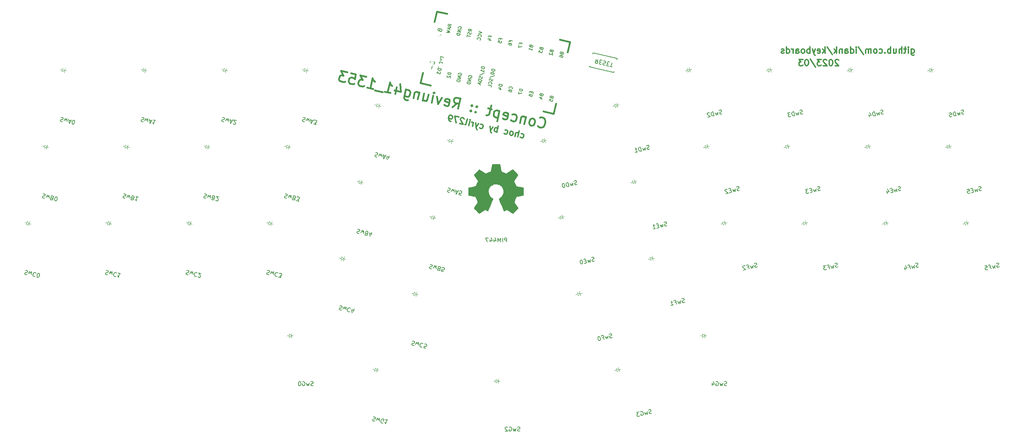
<source format=gbo>
G04 #@! TF.GenerationSoftware,KiCad,Pcbnew,(6.0.8-1)-1*
G04 #@! TF.CreationDate,2023-02-22T13:24:55+02:00*
G04 #@! TF.ProjectId,r41l2,7234316c-322e-46b6-9963-61645f706362,rev?*
G04 #@! TF.SameCoordinates,Original*
G04 #@! TF.FileFunction,Legend,Bot*
G04 #@! TF.FilePolarity,Positive*
%FSLAX46Y46*%
G04 Gerber Fmt 4.6, Leading zero omitted, Abs format (unit mm)*
G04 Created by KiCad (PCBNEW (6.0.8-1)-1) date 2023-02-22 13:24:55*
%MOMM*%
%LPD*%
G01*
G04 APERTURE LIST*
G04 Aperture macros list*
%AMHorizOval*
0 Thick line with rounded ends*
0 $1 width*
0 $2 $3 position (X,Y) of the first rounded end (center of the circle)*
0 $4 $5 position (X,Y) of the second rounded end (center of the circle)*
0 Add line between two ends*
20,1,$1,$2,$3,$4,$5,0*
0 Add two circle primitives to create the rounded ends*
1,1,$1,$2,$3*
1,1,$1,$4,$5*%
%AMRotRect*
0 Rectangle, with rotation*
0 The origin of the aperture is its center*
0 $1 length*
0 $2 width*
0 $3 Rotation angle, in degrees counterclockwise*
0 Add horizontal line*
21,1,$1,$2,0,0,$3*%
G04 Aperture macros list end*
%ADD10C,0.300000*%
%ADD11C,0.400000*%
%ADD12C,0.150000*%
%ADD13C,0.120000*%
%ADD14C,0.381000*%
%ADD15C,0.010000*%
%ADD16R,1.300000X1.700000*%
%ADD17C,2.500000*%
%ADD18O,2.000000X1.500000*%
%ADD19C,1.800000*%
%ADD20C,4.900000*%
%ADD21C,2.200000*%
%ADD22C,1.524000*%
%ADD23RotRect,1.524000X1.524000X347.000000*%
%ADD24HorizOval,1.500000X0.243593X-0.056238X-0.243593X0.056238X0*%
%ADD25RotRect,1.300000X1.700000X167.000000*%
%ADD26RotRect,1.300000X1.700000X193.000000*%
%ADD27HorizOval,1.500000X0.243593X0.056238X-0.243593X-0.056238X0*%
%ADD28C,2.000000*%
%ADD29C,0.900000*%
%ADD30RotRect,0.700000X1.500000X77.000000*%
%ADD31RotRect,1.000000X0.800000X77.000000*%
G04 APERTURE END LIST*
D10*
X246130796Y8991254D02*
X246130796Y7776968D01*
X246202225Y7634111D01*
X246273654Y7562683D01*
X246416511Y7491254D01*
X246630796Y7491254D01*
X246773654Y7562683D01*
X246130796Y8062683D02*
X246273654Y7991254D01*
X246559368Y7991254D01*
X246702225Y8062683D01*
X246773654Y8134111D01*
X246845082Y8276968D01*
X246845082Y8705540D01*
X246773654Y8848397D01*
X246702225Y8919826D01*
X246559368Y8991254D01*
X246273654Y8991254D01*
X246130796Y8919826D01*
X245416511Y7991254D02*
X245416511Y8991254D01*
X245416511Y9491254D02*
X245487939Y9419826D01*
X245416511Y9348397D01*
X245345082Y9419826D01*
X245416511Y9491254D01*
X245416511Y9348397D01*
X244916511Y8991254D02*
X244345082Y8991254D01*
X244702225Y9491254D02*
X244702225Y8205540D01*
X244630796Y8062683D01*
X244487939Y7991254D01*
X244345082Y7991254D01*
X243845082Y7991254D02*
X243845082Y9491254D01*
X243202225Y7991254D02*
X243202225Y8776968D01*
X243273654Y8919826D01*
X243416511Y8991254D01*
X243630796Y8991254D01*
X243773654Y8919826D01*
X243845082Y8848397D01*
X241845082Y8991254D02*
X241845082Y7991254D01*
X242487939Y8991254D02*
X242487939Y8205540D01*
X242416511Y8062683D01*
X242273654Y7991254D01*
X242059368Y7991254D01*
X241916511Y8062683D01*
X241845082Y8134111D01*
X241130796Y7991254D02*
X241130796Y9491254D01*
X241130796Y8919826D02*
X240987939Y8991254D01*
X240702225Y8991254D01*
X240559368Y8919826D01*
X240487939Y8848397D01*
X240416511Y8705540D01*
X240416511Y8276968D01*
X240487939Y8134111D01*
X240559368Y8062683D01*
X240702225Y7991254D01*
X240987939Y7991254D01*
X241130796Y8062683D01*
X239773654Y8134111D02*
X239702225Y8062683D01*
X239773654Y7991254D01*
X239845082Y8062683D01*
X239773654Y8134111D01*
X239773654Y7991254D01*
X238416511Y8062683D02*
X238559368Y7991254D01*
X238845082Y7991254D01*
X238987939Y8062683D01*
X239059368Y8134111D01*
X239130796Y8276968D01*
X239130796Y8705540D01*
X239059368Y8848397D01*
X238987939Y8919826D01*
X238845082Y8991254D01*
X238559368Y8991254D01*
X238416511Y8919826D01*
X237559368Y7991254D02*
X237702225Y8062683D01*
X237773654Y8134111D01*
X237845082Y8276968D01*
X237845082Y8705540D01*
X237773654Y8848397D01*
X237702225Y8919826D01*
X237559368Y8991254D01*
X237345082Y8991254D01*
X237202225Y8919826D01*
X237130796Y8848397D01*
X237059368Y8705540D01*
X237059368Y8276968D01*
X237130796Y8134111D01*
X237202225Y8062683D01*
X237345082Y7991254D01*
X237559368Y7991254D01*
X236416511Y7991254D02*
X236416511Y8991254D01*
X236416511Y8848397D02*
X236345082Y8919826D01*
X236202225Y8991254D01*
X235987939Y8991254D01*
X235845082Y8919826D01*
X235773654Y8776968D01*
X235773654Y7991254D01*
X235773654Y8776968D02*
X235702225Y8919826D01*
X235559368Y8991254D01*
X235345082Y8991254D01*
X235202225Y8919826D01*
X235130796Y8776968D01*
X235130796Y7991254D01*
X233345082Y9562683D02*
X234630796Y7634111D01*
X232845082Y7991254D02*
X232845082Y8991254D01*
X232845082Y9491254D02*
X232916511Y9419826D01*
X232845082Y9348397D01*
X232773654Y9419826D01*
X232845082Y9491254D01*
X232845082Y9348397D01*
X231487939Y7991254D02*
X231487939Y9491254D01*
X231487939Y8062683D02*
X231630796Y7991254D01*
X231916511Y7991254D01*
X232059368Y8062683D01*
X232130796Y8134111D01*
X232202225Y8276968D01*
X232202225Y8705540D01*
X232130796Y8848397D01*
X232059368Y8919826D01*
X231916511Y8991254D01*
X231630796Y8991254D01*
X231487939Y8919826D01*
X230130796Y7991254D02*
X230130796Y8776968D01*
X230202225Y8919826D01*
X230345082Y8991254D01*
X230630796Y8991254D01*
X230773654Y8919826D01*
X230130796Y8062683D02*
X230273654Y7991254D01*
X230630796Y7991254D01*
X230773654Y8062683D01*
X230845082Y8205540D01*
X230845082Y8348397D01*
X230773654Y8491254D01*
X230630796Y8562683D01*
X230273654Y8562683D01*
X230130796Y8634111D01*
X229416511Y8991254D02*
X229416511Y7991254D01*
X229416511Y8848397D02*
X229345082Y8919826D01*
X229202225Y8991254D01*
X228987939Y8991254D01*
X228845082Y8919826D01*
X228773654Y8776968D01*
X228773654Y7991254D01*
X228059368Y7991254D02*
X228059368Y9491254D01*
X227916511Y8562683D02*
X227487939Y7991254D01*
X227487939Y8991254D02*
X228059368Y8419826D01*
X225773654Y9562683D02*
X227059368Y7634111D01*
X225273654Y7991254D02*
X225273654Y9491254D01*
X225130796Y8562683D02*
X224702225Y7991254D01*
X224702225Y8991254D02*
X225273654Y8419826D01*
X223487939Y8062683D02*
X223630796Y7991254D01*
X223916511Y7991254D01*
X224059368Y8062683D01*
X224130796Y8205540D01*
X224130796Y8776968D01*
X224059368Y8919826D01*
X223916511Y8991254D01*
X223630796Y8991254D01*
X223487939Y8919826D01*
X223416511Y8776968D01*
X223416511Y8634111D01*
X224130796Y8491254D01*
X222916511Y8991254D02*
X222559368Y7991254D01*
X222202225Y8991254D02*
X222559368Y7991254D01*
X222702225Y7634111D01*
X222773654Y7562683D01*
X222916511Y7491254D01*
X221630796Y7991254D02*
X221630796Y9491254D01*
X221630796Y8919826D02*
X221487939Y8991254D01*
X221202225Y8991254D01*
X221059368Y8919826D01*
X220987939Y8848397D01*
X220916511Y8705540D01*
X220916511Y8276968D01*
X220987939Y8134111D01*
X221059368Y8062683D01*
X221202225Y7991254D01*
X221487939Y7991254D01*
X221630796Y8062683D01*
X220059368Y7991254D02*
X220202225Y8062683D01*
X220273654Y8134111D01*
X220345082Y8276968D01*
X220345082Y8705540D01*
X220273654Y8848397D01*
X220202225Y8919826D01*
X220059368Y8991254D01*
X219845082Y8991254D01*
X219702225Y8919826D01*
X219630796Y8848397D01*
X219559368Y8705540D01*
X219559368Y8276968D01*
X219630796Y8134111D01*
X219702225Y8062683D01*
X219845082Y7991254D01*
X220059368Y7991254D01*
X218273654Y7991254D02*
X218273654Y8776968D01*
X218345082Y8919826D01*
X218487939Y8991254D01*
X218773654Y8991254D01*
X218916511Y8919826D01*
X218273654Y8062683D02*
X218416511Y7991254D01*
X218773654Y7991254D01*
X218916511Y8062683D01*
X218987939Y8205540D01*
X218987939Y8348397D01*
X218916511Y8491254D01*
X218773654Y8562683D01*
X218416511Y8562683D01*
X218273654Y8634111D01*
X217559368Y7991254D02*
X217559368Y8991254D01*
X217559368Y8705540D02*
X217487939Y8848397D01*
X217416511Y8919826D01*
X217273654Y8991254D01*
X217130796Y8991254D01*
X215987939Y7991254D02*
X215987939Y9491254D01*
X215987939Y8062683D02*
X216130796Y7991254D01*
X216416511Y7991254D01*
X216559368Y8062683D01*
X216630796Y8134111D01*
X216702225Y8276968D01*
X216702225Y8705540D01*
X216630796Y8848397D01*
X216559368Y8919826D01*
X216416511Y8991254D01*
X216130796Y8991254D01*
X215987939Y8919826D01*
X215345082Y8062683D02*
X215202225Y7991254D01*
X214916511Y7991254D01*
X214773654Y8062683D01*
X214702225Y8205540D01*
X214702225Y8276968D01*
X214773654Y8419826D01*
X214916511Y8491254D01*
X215130796Y8491254D01*
X215273654Y8562683D01*
X215345082Y8705540D01*
X215345082Y8776968D01*
X215273654Y8919826D01*
X215130796Y8991254D01*
X214916511Y8991254D01*
X214773654Y8919826D01*
X228559368Y6348397D02*
X228487939Y6419826D01*
X228345082Y6491254D01*
X227987939Y6491254D01*
X227845082Y6419826D01*
X227773654Y6348397D01*
X227702225Y6205540D01*
X227702225Y6062683D01*
X227773654Y5848397D01*
X228630796Y4991254D01*
X227702225Y4991254D01*
X226773654Y6491254D02*
X226630796Y6491254D01*
X226487939Y6419826D01*
X226416511Y6348397D01*
X226345082Y6205540D01*
X226273654Y5919826D01*
X226273654Y5562683D01*
X226345082Y5276968D01*
X226416511Y5134111D01*
X226487939Y5062683D01*
X226630796Y4991254D01*
X226773654Y4991254D01*
X226916511Y5062683D01*
X226987939Y5134111D01*
X227059368Y5276968D01*
X227130796Y5562683D01*
X227130796Y5919826D01*
X227059368Y6205540D01*
X226987939Y6348397D01*
X226916511Y6419826D01*
X226773654Y6491254D01*
X225702225Y6348397D02*
X225630796Y6419826D01*
X225487939Y6491254D01*
X225130796Y6491254D01*
X224987939Y6419826D01*
X224916511Y6348397D01*
X224845082Y6205540D01*
X224845082Y6062683D01*
X224916511Y5848397D01*
X225773654Y4991254D01*
X224845082Y4991254D01*
X224345082Y6491254D02*
X223416511Y6491254D01*
X223916511Y5919826D01*
X223702225Y5919826D01*
X223559368Y5848397D01*
X223487939Y5776968D01*
X223416511Y5634111D01*
X223416511Y5276968D01*
X223487939Y5134111D01*
X223559368Y5062683D01*
X223702225Y4991254D01*
X224130796Y4991254D01*
X224273654Y5062683D01*
X224345082Y5134111D01*
X221702225Y6562683D02*
X222987939Y4634111D01*
X220916511Y6491254D02*
X220773654Y6491254D01*
X220630796Y6419826D01*
X220559368Y6348397D01*
X220487939Y6205540D01*
X220416511Y5919826D01*
X220416511Y5562683D01*
X220487939Y5276968D01*
X220559368Y5134111D01*
X220630796Y5062683D01*
X220773654Y4991254D01*
X220916511Y4991254D01*
X221059368Y5062683D01*
X221130796Y5134111D01*
X221202225Y5276968D01*
X221273654Y5562683D01*
X221273654Y5919826D01*
X221202225Y6205540D01*
X221130796Y6348397D01*
X221059368Y6419826D01*
X220916511Y6491254D01*
X219916511Y6491254D02*
X218987939Y6491254D01*
X219487939Y5919826D01*
X219273654Y5919826D01*
X219130796Y5848397D01*
X219059368Y5776968D01*
X218987939Y5634111D01*
X218987939Y5276968D01*
X219059368Y5134111D01*
X219130796Y5062683D01*
X219273654Y4991254D01*
X219702225Y4991254D01*
X219845082Y5062683D01*
X219916511Y5134111D01*
D11*
X155888088Y-9582904D02*
X155977305Y-9725680D01*
X156298514Y-9922017D01*
X156530507Y-9975576D01*
X156905276Y-9939920D01*
X157190829Y-9761486D01*
X157360385Y-9556273D01*
X157583501Y-9119068D01*
X157663841Y-8771078D01*
X157654964Y-8280313D01*
X157592527Y-8021540D01*
X157414094Y-7735987D01*
X157092885Y-7539651D01*
X156860892Y-7486091D01*
X156486122Y-7521748D01*
X156343346Y-7610965D01*
X154442571Y-9493538D02*
X154701344Y-9431102D01*
X154844120Y-9341885D01*
X155013676Y-9136672D01*
X155174356Y-8440694D01*
X155111919Y-8181921D01*
X155022702Y-8039144D01*
X154817489Y-7869588D01*
X154469500Y-7789249D01*
X154210727Y-7851685D01*
X154067951Y-7940902D01*
X153898395Y-8146115D01*
X153737716Y-8842093D01*
X153800152Y-9100866D01*
X153889369Y-9243642D01*
X154094582Y-9413199D01*
X154442571Y-9493538D01*
X152961546Y-7441110D02*
X152586628Y-9065060D01*
X152907987Y-7673103D02*
X152818770Y-7530327D01*
X152613557Y-7360770D01*
X152265568Y-7280431D01*
X152006795Y-7342867D01*
X151837239Y-7548080D01*
X151542660Y-8824041D01*
X149365508Y-8199227D02*
X149570721Y-8368783D01*
X150034706Y-8475903D01*
X150293479Y-8413466D01*
X150436256Y-8324249D01*
X150605812Y-8119036D01*
X150766491Y-7423058D01*
X150704054Y-7164285D01*
X150614838Y-7021509D01*
X150409625Y-6851953D01*
X149945639Y-6744833D01*
X149686866Y-6807270D01*
X147393568Y-7743969D02*
X147598781Y-7913525D01*
X148062767Y-8020645D01*
X148321540Y-7958208D01*
X148491096Y-7752995D01*
X148705335Y-6825023D01*
X148642898Y-6566251D01*
X148437685Y-6396694D01*
X147973700Y-6289575D01*
X147714927Y-6352012D01*
X147545371Y-6557225D01*
X147491811Y-6789217D01*
X148598216Y-7289009D01*
X146581742Y-5968216D02*
X146019365Y-8404141D01*
X146554963Y-6084213D02*
X146349750Y-5914656D01*
X145885764Y-5807537D01*
X145626991Y-5869974D01*
X145484215Y-5959190D01*
X145314659Y-6164403D01*
X145153979Y-6860382D01*
X145216416Y-7119155D01*
X145305632Y-7261931D01*
X145510845Y-7431487D01*
X145974831Y-7538607D01*
X146233604Y-7476170D01*
X144725799Y-5539738D02*
X143797828Y-5325499D01*
X144565269Y-4647423D02*
X144083231Y-6735359D01*
X143913675Y-6940572D01*
X143654902Y-7003009D01*
X143422910Y-6949449D01*
X140808551Y-6101519D02*
X140665775Y-6190735D01*
X140754992Y-6333512D01*
X140897768Y-6244295D01*
X140808551Y-6101519D01*
X140754992Y-6333512D01*
X141103130Y-4825558D02*
X140960354Y-4914775D01*
X141049570Y-5057551D01*
X141192347Y-4968334D01*
X141103130Y-4825558D01*
X141049570Y-5057551D01*
X139648587Y-5833720D02*
X139505811Y-5922936D01*
X139595027Y-6065713D01*
X139737804Y-5976496D01*
X139648587Y-5833720D01*
X139595027Y-6065713D01*
X139943166Y-4557759D02*
X139800389Y-4646976D01*
X139889606Y-4789752D01*
X140032382Y-4700535D01*
X139943166Y-4557759D01*
X139889606Y-4789752D01*
X135187163Y-5048077D02*
X136266937Y-4075572D01*
X136579120Y-5369436D02*
X137141497Y-2933511D01*
X136213526Y-2719271D01*
X135954753Y-2781708D01*
X135811977Y-2870925D01*
X135642421Y-3076138D01*
X135562081Y-3424127D01*
X135624518Y-3682900D01*
X135713734Y-3825676D01*
X135918947Y-3995232D01*
X136846919Y-4209471D01*
X133242003Y-4476823D02*
X133447216Y-4646379D01*
X133911202Y-4753498D01*
X134169975Y-4691062D01*
X134339531Y-4485849D01*
X134553770Y-3557877D01*
X134491333Y-3299104D01*
X134286120Y-3129548D01*
X133822134Y-3022429D01*
X133563362Y-3084865D01*
X133393806Y-3290078D01*
X133340246Y-3522071D01*
X134446650Y-4021863D01*
X132662170Y-2754630D02*
X131707270Y-4244680D01*
X131502206Y-2486831D01*
X130199316Y-3896542D02*
X130574234Y-2272592D01*
X130761693Y-1460617D02*
X130850910Y-1603393D01*
X130708134Y-1692610D01*
X130618917Y-1549833D01*
X130761693Y-1460617D01*
X130708134Y-1692610D01*
X128370302Y-1763774D02*
X127995384Y-3387724D01*
X129414270Y-2004793D02*
X129119691Y-3280754D01*
X128950135Y-3485967D01*
X128691362Y-3548403D01*
X128343373Y-3468064D01*
X128138160Y-3298507D01*
X128048943Y-3155731D01*
X127210338Y-1495975D02*
X126835419Y-3119925D01*
X127156778Y-1727968D02*
X127067561Y-1585192D01*
X126862348Y-1415635D01*
X126514359Y-1335296D01*
X126255586Y-1397732D01*
X126086030Y-1602945D01*
X125791451Y-2878906D01*
X123962437Y-746138D02*
X123507179Y-2718078D01*
X123569616Y-2976850D01*
X123658833Y-3119627D01*
X123864046Y-3289183D01*
X124212035Y-3369523D01*
X124470808Y-3307086D01*
X123614299Y-2254092D02*
X123819512Y-2423648D01*
X124283498Y-2530768D01*
X124542270Y-2468331D01*
X124685047Y-2379114D01*
X124854603Y-2173901D01*
X125015282Y-1477923D01*
X124952846Y-1219150D01*
X124863629Y-1076374D01*
X124658416Y-906818D01*
X124194430Y-799698D01*
X123935658Y-862135D01*
X121758505Y-237320D02*
X121383587Y-1861270D01*
X122552726Y556751D02*
X122731010Y-1317094D01*
X121223057Y-968956D01*
X118831665Y-1272113D02*
X120223622Y-1593472D01*
X119527644Y-1432792D02*
X120090021Y1003132D01*
X120241675Y601583D01*
X120420108Y316030D01*
X120625321Y146474D01*
X118314120Y-1396986D02*
X116458177Y-968508D01*
X114655793Y-308037D02*
X116047751Y-629396D01*
X115351772Y-468716D02*
X115914150Y1967208D01*
X116065803Y1565659D01*
X116244236Y1280106D01*
X116449449Y1110550D01*
X114406196Y2315346D02*
X112898242Y2663485D01*
X113495978Y1548054D01*
X113147989Y1628394D01*
X112889216Y1565957D01*
X112746440Y1476741D01*
X112576884Y1271528D01*
X112442984Y691546D01*
X112505421Y432773D01*
X112594637Y289996D01*
X112799850Y120440D01*
X113495829Y-40238D01*
X113754602Y22198D01*
X113897378Y111414D01*
X110694310Y3172303D02*
X111854274Y2904504D01*
X111702472Y1717760D01*
X111613255Y1860536D01*
X111408042Y2030092D01*
X110828060Y2163992D01*
X110569287Y2101555D01*
X110426511Y2012338D01*
X110256955Y1807125D01*
X110123055Y1227143D01*
X110185492Y968371D01*
X110274709Y825594D01*
X110479922Y656038D01*
X111059904Y522139D01*
X111318677Y584575D01*
X111461453Y673792D01*
X109766339Y3386542D02*
X108258385Y3734680D01*
X108856121Y2619250D01*
X108508131Y2699589D01*
X108249359Y2637153D01*
X108106582Y2547936D01*
X107937026Y2342723D01*
X107803127Y1762741D01*
X107865563Y1503968D01*
X107954780Y1361192D01*
X108159993Y1191636D01*
X108855972Y1030956D01*
X109114744Y1093393D01*
X109257521Y1182610D01*
D10*
X151649964Y-12327767D02*
X151773092Y-12429501D01*
X152051484Y-12493773D01*
X152206747Y-12456311D01*
X152292413Y-12402781D01*
X152394147Y-12279653D01*
X152490554Y-11862066D01*
X152453092Y-11706802D01*
X152399563Y-11621136D01*
X152276435Y-11519403D01*
X151998043Y-11455131D01*
X151842780Y-11492593D01*
X151007516Y-12252754D02*
X151344942Y-10791199D01*
X150381135Y-12108142D02*
X150557882Y-11342566D01*
X150659616Y-11219438D01*
X150814880Y-11181976D01*
X151023673Y-11230180D01*
X151146801Y-11331914D01*
X151200331Y-11417579D01*
X149476363Y-11899259D02*
X149631626Y-11861797D01*
X149717292Y-11808267D01*
X149819026Y-11685139D01*
X149915434Y-11267552D01*
X149877972Y-11112289D01*
X149824442Y-11026623D01*
X149701314Y-10924889D01*
X149492520Y-10876685D01*
X149337257Y-10914147D01*
X149251591Y-10967677D01*
X149149857Y-11090805D01*
X149053449Y-11508392D01*
X149090911Y-11663656D01*
X149144441Y-11749322D01*
X149267569Y-11851055D01*
X149476363Y-11899259D01*
X147752484Y-11427963D02*
X147875612Y-11529697D01*
X148154003Y-11593968D01*
X148309267Y-11556506D01*
X148394933Y-11502976D01*
X148496667Y-11379849D01*
X148593074Y-10962262D01*
X148555612Y-10806998D01*
X148502082Y-10721332D01*
X148378954Y-10619598D01*
X148100563Y-10555327D01*
X147945299Y-10592789D01*
X145996470Y-11095863D02*
X146333896Y-9634307D01*
X146205353Y-10191090D02*
X146082225Y-10089357D01*
X145803834Y-10025085D01*
X145648570Y-10062547D01*
X145562904Y-10116077D01*
X145461170Y-10239205D01*
X145364763Y-10656792D01*
X145402225Y-10812055D01*
X145455755Y-10897721D01*
X145578883Y-10999455D01*
X145857274Y-11063727D01*
X146012538Y-11026265D01*
X145038257Y-9848338D02*
X144465317Y-10742368D01*
X144342278Y-9687658D02*
X144465317Y-10742368D01*
X144524173Y-11122493D01*
X144577703Y-11208159D01*
X144700831Y-11309893D01*
X141836666Y-10062189D02*
X141959794Y-10163922D01*
X142238185Y-10228194D01*
X142393449Y-10190732D01*
X142479115Y-10137202D01*
X142580848Y-10014074D01*
X142677256Y-9596487D01*
X142639794Y-9441224D01*
X142586264Y-9355558D01*
X142463136Y-9253824D01*
X142184745Y-9189552D01*
X142029481Y-9227014D01*
X141558364Y-9044941D02*
X140985424Y-9938971D01*
X140862385Y-8884262D02*
X140985424Y-9938971D01*
X141044280Y-10319097D01*
X141097810Y-10404762D01*
X141220937Y-10506496D01*
X140080651Y-9730088D02*
X140305602Y-8755718D01*
X140241331Y-9034110D02*
X140203869Y-8878846D01*
X140150339Y-8793180D01*
X140027211Y-8691446D01*
X139888015Y-8659311D01*
X139175879Y-9521205D02*
X139400830Y-8546835D01*
X139513306Y-8059650D02*
X139566836Y-8145316D01*
X139481170Y-8198846D01*
X139427640Y-8113180D01*
X139513306Y-8059650D01*
X139481170Y-8198846D01*
X138271107Y-9312322D02*
X138426371Y-9274860D01*
X138528104Y-9151732D01*
X138817327Y-7898971D01*
X138089213Y-7877487D02*
X138035683Y-7791821D01*
X137912555Y-7690088D01*
X137564566Y-7609748D01*
X137409302Y-7647210D01*
X137323636Y-7700740D01*
X137221903Y-7823868D01*
X137189767Y-7963063D01*
X137211161Y-8187925D01*
X137853520Y-9215914D01*
X136948748Y-9007031D01*
X136798989Y-7433001D02*
X135824619Y-7208050D01*
X136113573Y-8814216D01*
X134860812Y-8524993D02*
X134582420Y-8460722D01*
X134459293Y-8358988D01*
X134405763Y-8273322D01*
X134314771Y-8032393D01*
X134309445Y-7737933D01*
X134437988Y-7181150D01*
X134539722Y-7058023D01*
X134625388Y-7004493D01*
X134780651Y-6967031D01*
X135059043Y-7031302D01*
X135182170Y-7133036D01*
X135235700Y-7218702D01*
X135273162Y-7373966D01*
X135192823Y-7721955D01*
X135091089Y-7845083D01*
X135005423Y-7898613D01*
X134850160Y-7936075D01*
X134571768Y-7871803D01*
X134448640Y-7770069D01*
X134395110Y-7684403D01*
X134357648Y-7529140D01*
D12*
X151552999Y-83395380D02*
X151410142Y-83442999D01*
X151172046Y-83442999D01*
X151076808Y-83395380D01*
X151029189Y-83347761D01*
X150981570Y-83252523D01*
X150981570Y-83157285D01*
X151029189Y-83062047D01*
X151076808Y-83014428D01*
X151172046Y-82966809D01*
X151362523Y-82919190D01*
X151457761Y-82871571D01*
X151505380Y-82823952D01*
X151552999Y-82728714D01*
X151552999Y-82633476D01*
X151505380Y-82538238D01*
X151457761Y-82490619D01*
X151362523Y-82442999D01*
X151124427Y-82442999D01*
X150981570Y-82490619D01*
X150648237Y-82776333D02*
X150457761Y-83442999D01*
X150267285Y-82966809D01*
X150076808Y-83442999D01*
X149886332Y-82776333D01*
X148981570Y-82490619D02*
X149076808Y-82442999D01*
X149219665Y-82442999D01*
X149362523Y-82490619D01*
X149457761Y-82585857D01*
X149505380Y-82681095D01*
X149552999Y-82871571D01*
X149552999Y-83014428D01*
X149505380Y-83204904D01*
X149457761Y-83300142D01*
X149362523Y-83395380D01*
X149219665Y-83442999D01*
X149124427Y-83442999D01*
X148981570Y-83395380D01*
X148933951Y-83347761D01*
X148933951Y-83014428D01*
X149124427Y-83014428D01*
X148552999Y-82538238D02*
X148505380Y-82490619D01*
X148410142Y-82442999D01*
X148172046Y-82442999D01*
X148076808Y-82490619D01*
X148029189Y-82538238D01*
X147981570Y-82633476D01*
X147981570Y-82728714D01*
X148029189Y-82871571D01*
X148600618Y-83442999D01*
X147981570Y-83442999D01*
X201518853Y-72411634D02*
X201375996Y-72459253D01*
X201137900Y-72459253D01*
X201042662Y-72411634D01*
X200995043Y-72364015D01*
X200947424Y-72268777D01*
X200947424Y-72173539D01*
X200995043Y-72078301D01*
X201042662Y-72030682D01*
X201137900Y-71983063D01*
X201328377Y-71935444D01*
X201423615Y-71887825D01*
X201471234Y-71840206D01*
X201518853Y-71744968D01*
X201518853Y-71649730D01*
X201471234Y-71554492D01*
X201423615Y-71506873D01*
X201328377Y-71459253D01*
X201090281Y-71459253D01*
X200947424Y-71506873D01*
X200614091Y-71792587D02*
X200423615Y-72459253D01*
X200233139Y-71983063D01*
X200042662Y-72459253D01*
X199852186Y-71792587D01*
X198947424Y-71506873D02*
X199042662Y-71459253D01*
X199185519Y-71459253D01*
X199328377Y-71506873D01*
X199423615Y-71602111D01*
X199471234Y-71697349D01*
X199518853Y-71887825D01*
X199518853Y-72030682D01*
X199471234Y-72221158D01*
X199423615Y-72316396D01*
X199328377Y-72411634D01*
X199185519Y-72459253D01*
X199090281Y-72459253D01*
X198947424Y-72411634D01*
X198899805Y-72364015D01*
X198899805Y-72030682D01*
X199090281Y-72030682D01*
X198042662Y-71792587D02*
X198042662Y-72459253D01*
X198280758Y-71411634D02*
X198518853Y-72125920D01*
X197899805Y-72125920D01*
X101587140Y-72411633D02*
X101444283Y-72459252D01*
X101206187Y-72459252D01*
X101110949Y-72411633D01*
X101063330Y-72364014D01*
X101015711Y-72268776D01*
X101015711Y-72173538D01*
X101063330Y-72078300D01*
X101110949Y-72030681D01*
X101206187Y-71983062D01*
X101396664Y-71935443D01*
X101491902Y-71887824D01*
X101539521Y-71840205D01*
X101587140Y-71744967D01*
X101587140Y-71649729D01*
X101539521Y-71554491D01*
X101491902Y-71506872D01*
X101396664Y-71459252D01*
X101158568Y-71459252D01*
X101015711Y-71506872D01*
X100682378Y-71792586D02*
X100491902Y-72459252D01*
X100301426Y-71983062D01*
X100110949Y-72459252D01*
X99920473Y-71792586D01*
X99015711Y-71506872D02*
X99110949Y-71459252D01*
X99253806Y-71459252D01*
X99396664Y-71506872D01*
X99491902Y-71602110D01*
X99539521Y-71697348D01*
X99587140Y-71887824D01*
X99587140Y-72030681D01*
X99539521Y-72221157D01*
X99491902Y-72316395D01*
X99396664Y-72411633D01*
X99253806Y-72459252D01*
X99158568Y-72459252D01*
X99015711Y-72411633D01*
X98968092Y-72364014D01*
X98968092Y-72030681D01*
X99158568Y-72030681D01*
X98349045Y-71459252D02*
X98253806Y-71459252D01*
X98158568Y-71506872D01*
X98110949Y-71554491D01*
X98063330Y-71649729D01*
X98015711Y-71840205D01*
X98015711Y-72078300D01*
X98063330Y-72268776D01*
X98110949Y-72364014D01*
X98158568Y-72411633D01*
X98253806Y-72459252D01*
X98349045Y-72459252D01*
X98444283Y-72411633D01*
X98491902Y-72364014D01*
X98539521Y-72268776D01*
X98587140Y-72078300D01*
X98587140Y-71840205D01*
X98539521Y-71649729D01*
X98491902Y-71554491D01*
X98444283Y-71506872D01*
X98349045Y-71459252D01*
X139144173Y2246538D02*
X139124194Y2329345D01*
X139149902Y2440702D01*
X139212730Y2543489D01*
X139304107Y2600587D01*
X139386914Y2620567D01*
X139543959Y2623407D01*
X139655316Y2597699D01*
X139795222Y2526302D01*
X139860890Y2472044D01*
X139917988Y2380667D01*
X139929399Y2260741D01*
X139912259Y2186503D01*
X139849432Y2083716D01*
X139803743Y2055167D01*
X139543911Y2115154D01*
X139578190Y2263629D01*
X139800855Y1703958D02*
X139021359Y1883919D01*
X139698020Y1258531D01*
X138918524Y1438492D01*
X139612325Y887343D02*
X138832829Y1067304D01*
X138789981Y881709D01*
X138801391Y761783D01*
X138858490Y670406D01*
X138924158Y616148D01*
X139064064Y544751D01*
X139175420Y519043D01*
X139332465Y521883D01*
X139415272Y541863D01*
X139506649Y598962D01*
X139569477Y701749D01*
X139612325Y887343D01*
X130360035Y5644729D02*
X130374298Y5494821D01*
X130409984Y5437711D01*
X130492070Y5369888D01*
X130631265Y5337752D01*
X130734774Y5362727D01*
X130791885Y5398414D01*
X130859707Y5480499D01*
X130945403Y5851688D01*
X129971033Y6076639D01*
X129896049Y5751849D01*
X129921024Y5648339D01*
X129956711Y5591229D01*
X130038796Y5523406D01*
X130131593Y5501983D01*
X130235102Y5526957D01*
X130292213Y5562644D01*
X130360035Y5644729D01*
X130435019Y5969519D01*
X130349263Y4963013D02*
X130177872Y4220636D01*
X141666805Y13342604D02*
X142386315Y12902811D01*
X141546832Y12822940D01*
X142089268Y11954859D02*
X142134957Y11983409D01*
X142197784Y12086196D01*
X142214923Y12160434D01*
X142203513Y12280360D01*
X142146414Y12371736D01*
X142080746Y12425994D01*
X141940840Y12497392D01*
X141829484Y12523100D01*
X141672439Y12520260D01*
X141589632Y12500280D01*
X141498255Y12443181D01*
X141435427Y12340394D01*
X141418288Y12266157D01*
X141429698Y12146230D01*
X141458248Y12100542D01*
X141909307Y11175363D02*
X141954996Y11203913D01*
X142017823Y11306700D01*
X142034962Y11380937D01*
X142023552Y11500864D01*
X141966454Y11592240D01*
X141900785Y11646498D01*
X141760880Y11717896D01*
X141649523Y11743604D01*
X141492478Y11740764D01*
X141409671Y11720784D01*
X141318294Y11663685D01*
X141255466Y11560898D01*
X141238327Y11486661D01*
X141249737Y11366734D01*
X141278287Y11321046D01*
X144332933Y11906036D02*
X144392920Y12165868D01*
X144801228Y12071603D02*
X144021732Y12251564D01*
X143936036Y11880375D01*
X144050185Y11189367D02*
X144569849Y11069393D01*
X143796082Y11443518D02*
X144395713Y11500569D01*
X144284309Y11018024D01*
X139858572Y13245301D02*
X139547370Y13590828D01*
X139961406Y13690727D02*
X139181910Y13870688D01*
X139113354Y13573737D01*
X139133334Y13490930D01*
X139161883Y13445241D01*
X139227551Y13390983D01*
X139338908Y13365274D01*
X139421715Y13385254D01*
X139467403Y13413803D01*
X139521661Y13479472D01*
X139590218Y13776422D01*
X139752896Y12956919D02*
X139764306Y12836993D01*
X139721459Y12651399D01*
X139667201Y12585731D01*
X139621512Y12557181D01*
X139538705Y12537202D01*
X139464467Y12554341D01*
X139398799Y12608599D01*
X139370250Y12654287D01*
X139350270Y12737094D01*
X139347429Y12894139D01*
X139327450Y12976947D01*
X139298900Y13022635D01*
X139233232Y13076893D01*
X139158995Y13094032D01*
X139076187Y13074053D01*
X139030499Y13045503D01*
X138976241Y12979835D01*
X138933393Y12794241D01*
X138944803Y12674315D01*
X138856267Y12460171D02*
X138753432Y12014745D01*
X139584346Y12057497D02*
X138804850Y12237458D01*
X154314789Y-1314520D02*
X154254802Y-1574352D01*
X154637401Y-1779973D02*
X154723096Y-1408785D01*
X153943600Y-1228824D01*
X153857905Y-1600013D01*
X153703653Y-2268152D02*
X153737931Y-2119677D01*
X153792189Y-2054009D01*
X153837877Y-2025459D01*
X153966373Y-1976930D01*
X154123418Y-1974090D01*
X154420369Y-2042646D01*
X154486037Y-2096904D01*
X154514586Y-2142593D01*
X154534566Y-2225400D01*
X154500288Y-2373875D01*
X154446030Y-2439543D01*
X154400341Y-2468093D01*
X154317534Y-2488072D01*
X154131940Y-2445225D01*
X154066272Y-2390967D01*
X154037722Y-2345278D01*
X154017743Y-2262471D01*
X154052021Y-2113995D01*
X154106279Y-2048327D01*
X154151967Y-2019778D01*
X154234774Y-1999798D01*
X156738273Y-2108609D02*
X156749683Y-2228535D01*
X156778232Y-2274223D01*
X156843900Y-2328481D01*
X156955257Y-2354190D01*
X157038064Y-2334210D01*
X157083752Y-2305661D01*
X157138010Y-2239993D01*
X157206567Y-1943042D01*
X156427071Y-1763081D01*
X156367084Y-2022913D01*
X156387064Y-2105720D01*
X156415613Y-2151409D01*
X156481281Y-2205667D01*
X156555519Y-2222806D01*
X156638326Y-2202826D01*
X156684015Y-2174277D01*
X156738273Y-2108609D01*
X156798259Y-1848777D01*
X156429816Y-2936634D02*
X156949480Y-3056608D01*
X156175713Y-2682483D02*
X156775344Y-2625432D01*
X156663939Y-3107977D01*
X136651288Y14031359D02*
X136631309Y14114166D01*
X136657017Y14225523D01*
X136719845Y14328310D01*
X136811222Y14385408D01*
X136894029Y14405388D01*
X137051074Y14408228D01*
X137162431Y14382520D01*
X137302337Y14311123D01*
X137368005Y14256865D01*
X137425103Y14165488D01*
X137436514Y14045562D01*
X137419374Y13971324D01*
X137356547Y13868537D01*
X137310858Y13839988D01*
X137051026Y13899975D01*
X137085305Y14048450D01*
X137307970Y13488779D02*
X136528474Y13668740D01*
X137205135Y13043352D01*
X136425639Y13223313D01*
X137119440Y12672164D02*
X136339944Y12852125D01*
X136297096Y12666530D01*
X136308506Y12546604D01*
X136365605Y12455227D01*
X136431273Y12400969D01*
X136571179Y12329572D01*
X136682535Y12303864D01*
X136839580Y12306704D01*
X136922387Y12326684D01*
X137013764Y12383783D01*
X137076592Y12486570D01*
X137119440Y12672164D01*
X149282733Y10763285D02*
X149342720Y11023117D01*
X149751028Y10928852D02*
X148971532Y11108813D01*
X148885836Y10737624D01*
X148740153Y10106603D02*
X148774432Y10255079D01*
X148828690Y10320747D01*
X148874378Y10349296D01*
X149002874Y10397825D01*
X149159919Y10400666D01*
X149456870Y10332109D01*
X149522538Y10277851D01*
X149551087Y10232163D01*
X149571067Y10149356D01*
X149536788Y10000880D01*
X149482530Y9935212D01*
X149436842Y9906663D01*
X149354035Y9886683D01*
X149168440Y9929531D01*
X149102772Y9983789D01*
X149074223Y10029477D01*
X149054243Y10112285D01*
X149088522Y10260760D01*
X149142780Y10326428D01*
X149188468Y10354977D01*
X149271275Y10374957D01*
X134932466Y3199338D02*
X134152970Y3379299D01*
X134110122Y3193705D01*
X134121532Y3073778D01*
X134178631Y2982402D01*
X134244299Y2928144D01*
X134384205Y2856746D01*
X134495561Y2831038D01*
X134652606Y2833878D01*
X134735414Y2853858D01*
X134826791Y2910957D01*
X134889618Y3013744D01*
X134932466Y3199338D01*
X134055816Y2619782D02*
X134010128Y2591233D01*
X133955870Y2525565D01*
X133913022Y2339971D01*
X133933002Y2257163D01*
X133961551Y2211475D01*
X134027219Y2157217D01*
X134101457Y2140078D01*
X134221383Y2151488D01*
X134769644Y2494080D01*
X134658240Y2011534D01*
X151757632Y10191909D02*
X151817619Y10451741D01*
X152225927Y10357476D02*
X151446431Y10537437D01*
X151360735Y10166248D01*
X151309317Y9943535D02*
X151189344Y9423871D01*
X152045966Y9577980D01*
X147306966Y342460D02*
X146527470Y522421D01*
X146484622Y336827D01*
X146496032Y216900D01*
X146553131Y125524D01*
X146618799Y71266D01*
X146758705Y-131D01*
X146870061Y-25839D01*
X147027106Y-22999D01*
X147109914Y-3019D01*
X147201291Y54079D01*
X147264118Y156866D01*
X147306966Y342460D01*
X146530215Y-651131D02*
X147049879Y-771105D01*
X146276112Y-396980D02*
X146875743Y-339929D01*
X146764338Y-822474D01*
X149604793Y-657202D02*
X149650482Y-628653D01*
X149713309Y-525866D01*
X149730449Y-451628D01*
X149719038Y-331702D01*
X149661940Y-240325D01*
X149596272Y-186067D01*
X149456366Y-114670D01*
X149345009Y-88961D01*
X149187964Y-91802D01*
X149105157Y-111782D01*
X149013780Y-168880D01*
X148950952Y-271667D01*
X148933813Y-345905D01*
X148945224Y-465831D01*
X148973773Y-511520D01*
X148745283Y-1162520D02*
X148779561Y-1014045D01*
X148833819Y-948376D01*
X148879508Y-919827D01*
X149008003Y-871298D01*
X149165048Y-868457D01*
X149461999Y-937014D01*
X149527667Y-991272D01*
X149556217Y-1036960D01*
X149576196Y-1119768D01*
X149541918Y-1268243D01*
X149487660Y-1333911D01*
X149441972Y-1362461D01*
X149359164Y-1382440D01*
X149173570Y-1339592D01*
X149107902Y-1285334D01*
X149079353Y-1239646D01*
X149059373Y-1156839D01*
X149093651Y-1008363D01*
X149147909Y-942695D01*
X149193598Y-914146D01*
X149276405Y-894166D01*
X143075627Y4597210D02*
X142296131Y4777171D01*
X142253283Y4591576D01*
X142264694Y4471650D01*
X142321792Y4380273D01*
X142387460Y4326015D01*
X142527366Y4254618D01*
X142638723Y4228910D01*
X142795768Y4231750D01*
X142878575Y4251730D01*
X142969952Y4308828D01*
X143032779Y4411615D01*
X143075627Y4597210D01*
X142801401Y3409406D02*
X142904236Y3854833D01*
X142852819Y3632119D02*
X142073323Y3812080D01*
X142201818Y3860609D01*
X142293195Y3917708D01*
X142347453Y3983376D01*
X141779117Y2707084D02*
X142935578Y3143845D01*
X142507195Y2304410D02*
X142518606Y2184484D01*
X142475758Y1998890D01*
X142421500Y1933221D01*
X142375811Y1904672D01*
X142293004Y1884692D01*
X142218766Y1901832D01*
X142153098Y1956090D01*
X142124549Y2001778D01*
X142104569Y2084585D01*
X142101729Y2241630D01*
X142081749Y2324438D01*
X142053200Y2370126D01*
X141987531Y2424384D01*
X141913294Y2441523D01*
X141830486Y2421543D01*
X141784798Y2392994D01*
X141730540Y2327326D01*
X141687692Y2141732D01*
X141699102Y2021805D01*
X142364353Y1516344D02*
X141584857Y1696305D01*
X141542010Y1510711D01*
X141553420Y1390785D01*
X141610518Y1299408D01*
X141676186Y1245150D01*
X141816092Y1173753D01*
X141927449Y1148044D01*
X142084494Y1150885D01*
X142167301Y1170865D01*
X142258678Y1227963D01*
X142321506Y1330750D01*
X142364353Y1516344D01*
X141970249Y825385D02*
X141884553Y454196D01*
X142210101Y848205D02*
X141370618Y768334D01*
X142090127Y328541D01*
X136669273Y2817914D02*
X136649294Y2900721D01*
X136675002Y3012078D01*
X136737830Y3114865D01*
X136829207Y3171963D01*
X136912014Y3191943D01*
X137069059Y3194783D01*
X137180416Y3169075D01*
X137320322Y3097678D01*
X137385990Y3043420D01*
X137443088Y2952043D01*
X137454499Y2832117D01*
X137437359Y2757879D01*
X137374532Y2655092D01*
X137328843Y2626543D01*
X137069011Y2686530D01*
X137103290Y2835005D01*
X137325955Y2275334D02*
X136546459Y2455295D01*
X137223120Y1829907D01*
X136443624Y2009868D01*
X137137425Y1458719D02*
X136357929Y1638680D01*
X136315081Y1453085D01*
X136326491Y1333159D01*
X136383590Y1241782D01*
X136449258Y1187524D01*
X136589164Y1116127D01*
X136700520Y1090419D01*
X136857565Y1093259D01*
X136940372Y1113239D01*
X137031749Y1170338D01*
X137094577Y1273125D01*
X137137425Y1458719D01*
X159213172Y-2679984D02*
X159224582Y-2799910D01*
X159253131Y-2845598D01*
X159318799Y-2899856D01*
X159430156Y-2925565D01*
X159512963Y-2905585D01*
X159558651Y-2877036D01*
X159612909Y-2811368D01*
X159681466Y-2514417D01*
X158901970Y-2334456D01*
X158841983Y-2594288D01*
X158861963Y-2677095D01*
X158890512Y-2722784D01*
X158956180Y-2777042D01*
X159030418Y-2794181D01*
X159113225Y-2774201D01*
X159158914Y-2745652D01*
X159213172Y-2679984D01*
X159273158Y-2420152D01*
X158636313Y-3485141D02*
X158722009Y-3113952D01*
X159101767Y-3162529D01*
X159056079Y-3191078D01*
X159001821Y-3256746D01*
X158958973Y-3442341D01*
X158978953Y-3525148D01*
X159007502Y-3570836D01*
X159073170Y-3625094D01*
X159258764Y-3667942D01*
X159341572Y-3647963D01*
X159387260Y-3619413D01*
X159441518Y-3553745D01*
X159484366Y-3368151D01*
X159464386Y-3285344D01*
X159435837Y-3239655D01*
X156720287Y9104836D02*
X156731697Y8984910D01*
X156760246Y8939222D01*
X156825914Y8884964D01*
X156937271Y8859255D01*
X157020078Y8879235D01*
X157065766Y8907784D01*
X157120024Y8973452D01*
X157188581Y9270403D01*
X156409085Y9450364D01*
X156349098Y9190532D01*
X156369078Y9107725D01*
X156397627Y9062036D01*
X156463295Y9007778D01*
X156537533Y8990639D01*
X156620340Y9010619D01*
X156666029Y9039168D01*
X156720287Y9104836D01*
X156780273Y9364668D01*
X156246263Y8745105D02*
X156134859Y8262560D01*
X156491797Y8453836D01*
X156466088Y8342479D01*
X156486068Y8259672D01*
X156514617Y8213984D01*
X156580285Y8159726D01*
X156765879Y8116878D01*
X156848687Y8136857D01*
X156894375Y8165407D01*
X156948633Y8231075D01*
X157000051Y8453788D01*
X156980071Y8536595D01*
X156951521Y8582284D01*
X154245387Y9676211D02*
X154256797Y9556285D01*
X154285346Y9510597D01*
X154351014Y9456339D01*
X154462371Y9430630D01*
X154545178Y9450610D01*
X154590866Y9479159D01*
X154645124Y9544827D01*
X154713681Y9841778D01*
X153934185Y10021739D01*
X153874198Y9761907D01*
X153894178Y9679100D01*
X153922727Y9633411D01*
X153988395Y9579153D01*
X154062633Y9562014D01*
X154145440Y9581994D01*
X154191129Y9610543D01*
X154245387Y9676211D01*
X154305373Y9936043D01*
X154439455Y8653974D02*
X154542290Y9099401D01*
X154490872Y8876688D02*
X153711376Y9056648D01*
X153839872Y9105177D01*
X153931249Y9162276D01*
X153985507Y9227944D01*
X132462955Y7350377D02*
X132360120Y6904951D01*
X133191033Y6947703D02*
X132411537Y7127664D01*
X132317272Y6719356D02*
X132976794Y6019731D01*
X132197298Y6199692D02*
X133096768Y6539395D01*
X132094463Y5754266D02*
X132077324Y5680028D01*
X132097304Y5597221D01*
X132125853Y5551533D01*
X132191521Y5497275D01*
X132331427Y5425877D01*
X132517022Y5383030D01*
X132674067Y5385870D01*
X132756874Y5405850D01*
X132802562Y5434399D01*
X132856820Y5500067D01*
X132873959Y5574305D01*
X132853980Y5657112D01*
X132825430Y5702801D01*
X132759762Y5757059D01*
X132619856Y5828456D01*
X132434262Y5871304D01*
X132277217Y5868463D01*
X132194410Y5848483D01*
X132148721Y5819934D01*
X132094463Y5754266D01*
X131791688Y4612151D02*
X132948149Y5048912D01*
X132548316Y4163788D02*
X131768820Y4343749D01*
X131725972Y4158155D01*
X131737382Y4038229D01*
X131794481Y3946852D01*
X131860149Y3892594D01*
X132000055Y3821197D01*
X132111411Y3795488D01*
X132268456Y3798329D01*
X132351264Y3818309D01*
X132442641Y3875407D01*
X132505468Y3978194D01*
X132548316Y4163788D01*
X131605998Y3638491D02*
X131494594Y3155946D01*
X131851532Y3347221D01*
X131825823Y3235865D01*
X131845803Y3153057D01*
X131874352Y3107369D01*
X131940020Y3053111D01*
X132125614Y3010263D01*
X132208422Y3030243D01*
X132254110Y3058792D01*
X132308368Y3124460D01*
X132359786Y3347174D01*
X132339806Y3429981D01*
X132311256Y3475669D01*
X145546242Y4007275D02*
X144766746Y4187236D01*
X144723899Y4001642D01*
X144735309Y3881716D01*
X144792407Y3790339D01*
X144858076Y3736081D01*
X144997981Y3664684D01*
X145109338Y3638975D01*
X145266383Y3641816D01*
X145349190Y3661795D01*
X145440567Y3718894D01*
X145503395Y3821681D01*
X145546242Y4007275D01*
X144552507Y3259265D02*
X144535368Y3185027D01*
X144555348Y3102220D01*
X144583897Y3056531D01*
X144649565Y3002273D01*
X144789471Y2930876D01*
X144975066Y2888028D01*
X145132111Y2890869D01*
X145214918Y2910849D01*
X145260606Y2939398D01*
X145314864Y3005066D01*
X145332003Y3079304D01*
X145312024Y3162111D01*
X145283474Y3207800D01*
X145217806Y3262058D01*
X145077900Y3333455D01*
X144892306Y3376302D01*
X144735261Y3373462D01*
X144652454Y3353482D01*
X144606765Y3324933D01*
X144552507Y3259265D01*
X144249732Y2117150D02*
X145406193Y2553911D01*
X144977811Y1714476D02*
X144989221Y1594549D01*
X144946373Y1408955D01*
X144892115Y1343287D01*
X144846427Y1314738D01*
X144763619Y1294758D01*
X144689382Y1311897D01*
X144623713Y1366155D01*
X144595164Y1411844D01*
X144575184Y1494651D01*
X144572344Y1651696D01*
X144552364Y1734503D01*
X144523815Y1780192D01*
X144458147Y1834450D01*
X144383909Y1851589D01*
X144301102Y1831609D01*
X144255413Y1803060D01*
X144201155Y1737391D01*
X144158307Y1551797D01*
X144169718Y1431871D01*
X144657896Y498123D02*
X144703585Y526672D01*
X144766412Y629459D01*
X144783551Y703697D01*
X144772141Y823623D01*
X144715043Y915000D01*
X144649374Y969258D01*
X144509468Y1040655D01*
X144398112Y1066364D01*
X144241067Y1063523D01*
X144158260Y1043543D01*
X144066883Y986445D01*
X144004055Y883658D01*
X143986916Y809420D01*
X143998326Y689494D01*
X144026876Y643805D01*
X144569312Y-224274D02*
X144655008Y146914D01*
X143875512Y326875D01*
X134905912Y14375665D02*
X134594711Y14721193D01*
X135008747Y14821091D02*
X134229251Y15001052D01*
X134160695Y14704101D01*
X134180674Y14621294D01*
X134209224Y14575606D01*
X134274892Y14521348D01*
X134386248Y14495639D01*
X134469056Y14515619D01*
X134514744Y14544168D01*
X134569002Y14609836D01*
X134637559Y14906787D01*
X134614643Y14130132D02*
X134528947Y13758943D01*
X134854495Y14152952D02*
X134015012Y14073081D01*
X134734521Y13633288D01*
X133912177Y13627654D02*
X134648825Y13262099D01*
X134057764Y13242167D01*
X134580269Y12965148D01*
X133757925Y12959515D01*
X159195187Y8533460D02*
X159206597Y8413534D01*
X159235146Y8367846D01*
X159300814Y8313588D01*
X159412171Y8287879D01*
X159494978Y8307859D01*
X159540666Y8336408D01*
X159594924Y8402076D01*
X159663481Y8699027D01*
X158883985Y8878988D01*
X158823998Y8619156D01*
X158843978Y8536349D01*
X158872527Y8490660D01*
X158938195Y8436402D01*
X159012433Y8419263D01*
X159095240Y8439243D01*
X159140929Y8467792D01*
X159195187Y8533460D01*
X159255173Y8793292D01*
X158786831Y8119471D02*
X158741143Y8090922D01*
X158686885Y8025254D01*
X158644037Y7839660D01*
X158664017Y7756852D01*
X158692566Y7711164D01*
X158758234Y7656906D01*
X158832472Y7639767D01*
X158952398Y7651177D01*
X159500659Y7993769D01*
X159389255Y7511223D01*
X146807834Y11334660D02*
X146867821Y11594492D01*
X147276129Y11500227D02*
X146496633Y11680188D01*
X146410937Y11308999D01*
X146256685Y10640859D02*
X146342380Y11012048D01*
X146722139Y10963471D01*
X146676450Y10934922D01*
X146622192Y10869254D01*
X146579344Y10683660D01*
X146599324Y10600852D01*
X146627873Y10555164D01*
X146693541Y10500906D01*
X146879136Y10458058D01*
X146961943Y10478038D01*
X147007631Y10506587D01*
X147061889Y10572255D01*
X147104737Y10757849D01*
X147084758Y10840657D01*
X147056208Y10886345D01*
X152256766Y-800290D02*
X151477270Y-620329D01*
X151434422Y-805923D01*
X151445832Y-925850D01*
X151502931Y-1017226D01*
X151568599Y-1071484D01*
X151708505Y-1142882D01*
X151819861Y-1168590D01*
X151976906Y-1165750D01*
X152059714Y-1145770D01*
X152151091Y-1088671D01*
X152213918Y-985884D01*
X152256766Y-800290D01*
X151314448Y-1325588D02*
X151194474Y-1845252D01*
X152051096Y-1691143D01*
X161670087Y7962084D02*
X161681497Y7842158D01*
X161710046Y7796470D01*
X161775714Y7742212D01*
X161887071Y7716503D01*
X161969878Y7736483D01*
X162015566Y7765032D01*
X162069824Y7830700D01*
X162138381Y8127651D01*
X161358885Y8307612D01*
X161298898Y8047780D01*
X161318878Y7964973D01*
X161347427Y7919284D01*
X161413095Y7865026D01*
X161487333Y7847887D01*
X161570140Y7867867D01*
X161615829Y7896416D01*
X161670087Y7962084D01*
X161730073Y8221916D01*
X161101798Y7194046D02*
X161136076Y7342521D01*
X161190334Y7408190D01*
X161236023Y7436739D01*
X161364518Y7485268D01*
X161521563Y7488109D01*
X161818514Y7419552D01*
X161884182Y7365294D01*
X161912732Y7319606D01*
X161932711Y7236798D01*
X161898433Y7088323D01*
X161844175Y7022655D01*
X161798487Y6994105D01*
X161715679Y6974126D01*
X161530085Y7016974D01*
X161464417Y7071232D01*
X161435868Y7116920D01*
X161415888Y7199727D01*
X161450166Y7348203D01*
X161504424Y7413871D01*
X161550113Y7442420D01*
X161632920Y7462400D01*
X132188437Y13564409D02*
X132202700Y13414501D01*
X132238386Y13357391D01*
X132320472Y13289568D01*
X132459667Y13257432D01*
X132563176Y13282407D01*
X132620287Y13318094D01*
X132688109Y13400179D01*
X132773805Y13771368D01*
X131799435Y13996319D01*
X131724451Y13671529D01*
X131749426Y13568019D01*
X131785113Y13510909D01*
X131867198Y13443086D01*
X131959995Y13421663D01*
X132063504Y13446637D01*
X132120615Y13482324D01*
X132188437Y13564409D01*
X132263421Y13889199D01*
X132177665Y12882693D02*
X132006274Y12140316D01*
X132463158Y12425809D02*
X131720781Y12597200D01*
X129863652Y-43146162D02*
X130013559Y-43131900D01*
X130245552Y-43185459D01*
X130327637Y-43253282D01*
X130363324Y-43310392D01*
X130388299Y-43413901D01*
X130366875Y-43506699D01*
X130299052Y-43588784D01*
X130241942Y-43624470D01*
X130138433Y-43649445D01*
X129942126Y-43652996D01*
X129838617Y-43677971D01*
X129781507Y-43713657D01*
X129713684Y-43795742D01*
X129692260Y-43888539D01*
X129717235Y-43992049D01*
X129752922Y-44049159D01*
X129835007Y-44116982D01*
X130067000Y-44170541D01*
X130216907Y-44156279D01*
X130605969Y-43952871D02*
X130941531Y-43346139D01*
X131020005Y-43852972D01*
X131312719Y-43431834D01*
X131348346Y-44124262D01*
X132076461Y-44145746D02*
X132226368Y-44131483D01*
X132283479Y-44095796D01*
X132351301Y-44013711D01*
X132383437Y-43874516D01*
X132358463Y-43771006D01*
X132322776Y-43713896D01*
X132240691Y-43646073D01*
X131869502Y-43560378D01*
X131644551Y-44534748D01*
X131969341Y-44609732D01*
X132072850Y-44584757D01*
X132129961Y-44549070D01*
X132197783Y-44466985D01*
X132219207Y-44374188D01*
X132194233Y-44270679D01*
X132158546Y-44213568D01*
X132076461Y-44145746D01*
X131751671Y-44070762D01*
X133082907Y-44866818D02*
X132618921Y-44759699D01*
X132679642Y-44285001D01*
X132715329Y-44342112D01*
X132797414Y-44409934D01*
X133029407Y-44463494D01*
X133132916Y-44438519D01*
X133190027Y-44402833D01*
X133257849Y-44320748D01*
X133311409Y-44088755D01*
X133286434Y-43985246D01*
X133250748Y-43928135D01*
X133168662Y-43860313D01*
X132936669Y-43806753D01*
X132833160Y-43831727D01*
X132776050Y-43867414D01*
X125589582Y-61659191D02*
X125739489Y-61644929D01*
X125971482Y-61698488D01*
X126053567Y-61766311D01*
X126089254Y-61823421D01*
X126114229Y-61926930D01*
X126092805Y-62019728D01*
X126024982Y-62101813D01*
X125967872Y-62137499D01*
X125864363Y-62162474D01*
X125668056Y-62166025D01*
X125564547Y-62191000D01*
X125507437Y-62226686D01*
X125439614Y-62308771D01*
X125418190Y-62401568D01*
X125443165Y-62505078D01*
X125478852Y-62562188D01*
X125560937Y-62630011D01*
X125792930Y-62683570D01*
X125942837Y-62669308D01*
X126331899Y-62465900D02*
X126667461Y-61859168D01*
X126745935Y-62366001D01*
X127038649Y-61944863D01*
X127074276Y-62637291D01*
X128130791Y-62294747D02*
X128095105Y-62237637D01*
X127966621Y-62159102D01*
X127873824Y-62137679D01*
X127723916Y-62151941D01*
X127609695Y-62223314D01*
X127541872Y-62305400D01*
X127452626Y-62480282D01*
X127420490Y-62619478D01*
X127424041Y-62815784D01*
X127449016Y-62919293D01*
X127520389Y-63033514D01*
X127648873Y-63112049D01*
X127741670Y-63133472D01*
X127891577Y-63119210D01*
X127948688Y-63083523D01*
X128808837Y-63379847D02*
X128344851Y-63272728D01*
X128405572Y-62798030D01*
X128441259Y-62855141D01*
X128523344Y-62922963D01*
X128755337Y-62976523D01*
X128858846Y-62951548D01*
X128915957Y-62915862D01*
X128983779Y-62833777D01*
X129037339Y-62601784D01*
X129012364Y-62498275D01*
X128976678Y-62441164D01*
X128894592Y-62373342D01*
X128662599Y-62319782D01*
X128559090Y-62344756D01*
X128501980Y-62380443D01*
X134207320Y-24649201D02*
X134357228Y-24634939D01*
X134589221Y-24688498D01*
X134671306Y-24756321D01*
X134706993Y-24813431D01*
X134731967Y-24916940D01*
X134710544Y-25009738D01*
X134642721Y-25091823D01*
X134585611Y-25127509D01*
X134482101Y-25152484D01*
X134285795Y-25156035D01*
X134182286Y-25181009D01*
X134125176Y-25216696D01*
X134057353Y-25298781D01*
X134035929Y-25391578D01*
X134060904Y-25495088D01*
X134096590Y-25552198D01*
X134178676Y-25620021D01*
X134410669Y-25673580D01*
X134560576Y-25659318D01*
X134949638Y-25455910D02*
X135285200Y-24849178D01*
X135363674Y-25356011D01*
X135656388Y-24934873D01*
X135692015Y-25627301D01*
X136102501Y-25331096D02*
X136566487Y-25438216D01*
X136073975Y-25031281D02*
X136173814Y-26080635D01*
X136723555Y-25181248D01*
X137287380Y-26337722D02*
X136823394Y-26230602D01*
X136884115Y-25755904D01*
X136919802Y-25813015D01*
X137001887Y-25880837D01*
X137233880Y-25934397D01*
X137337389Y-25909422D01*
X137394500Y-25873736D01*
X137462322Y-25791651D01*
X137515882Y-25559658D01*
X137490907Y-25456149D01*
X137455221Y-25399038D01*
X137373135Y-25331216D01*
X137141143Y-25277656D01*
X137037633Y-25302630D01*
X136980523Y-25338317D01*
X112337370Y-34598020D02*
X112487277Y-34583758D01*
X112719270Y-34637317D01*
X112801355Y-34705140D01*
X112837042Y-34762250D01*
X112862017Y-34865759D01*
X112840593Y-34958557D01*
X112772770Y-35040642D01*
X112715660Y-35076328D01*
X112612151Y-35101303D01*
X112415844Y-35104854D01*
X112312335Y-35129829D01*
X112255225Y-35165515D01*
X112187402Y-35247600D01*
X112165978Y-35340397D01*
X112190953Y-35443907D01*
X112226640Y-35501017D01*
X112308725Y-35568840D01*
X112540718Y-35622399D01*
X112690625Y-35608137D01*
X113079687Y-35404729D02*
X113415249Y-34797997D01*
X113493723Y-35304830D01*
X113786437Y-34883692D01*
X113822064Y-35576120D01*
X114550179Y-35597604D02*
X114700086Y-35583341D01*
X114757197Y-35547654D01*
X114825019Y-35465569D01*
X114857155Y-35326374D01*
X114832181Y-35222864D01*
X114796494Y-35165754D01*
X114714409Y-35097931D01*
X114343220Y-35012236D01*
X114118269Y-35986606D01*
X114443059Y-36061590D01*
X114546568Y-36036615D01*
X114603679Y-36000928D01*
X114671501Y-35918843D01*
X114692925Y-35826046D01*
X114667951Y-35722537D01*
X114632264Y-35665426D01*
X114550179Y-35597604D01*
X114225389Y-35522620D01*
X115585210Y-35983174D02*
X115735177Y-35333594D01*
X115267522Y-36300803D02*
X115196208Y-35551265D01*
X115799390Y-35690520D01*
X108063301Y-53111056D02*
X108213208Y-53096794D01*
X108445201Y-53150353D01*
X108527286Y-53218176D01*
X108562973Y-53275286D01*
X108587948Y-53378795D01*
X108566524Y-53471593D01*
X108498701Y-53553678D01*
X108441591Y-53589364D01*
X108338082Y-53614339D01*
X108141775Y-53617890D01*
X108038266Y-53642865D01*
X107981156Y-53678551D01*
X107913333Y-53760636D01*
X107891909Y-53853433D01*
X107916884Y-53956943D01*
X107952571Y-54014053D01*
X108034656Y-54081876D01*
X108266649Y-54135435D01*
X108416556Y-54121173D01*
X108805618Y-53917765D02*
X109141180Y-53311033D01*
X109219654Y-53817866D01*
X109512368Y-53396728D01*
X109547995Y-54089156D01*
X110604510Y-53746612D02*
X110568824Y-53689502D01*
X110440340Y-53610967D01*
X110347543Y-53589544D01*
X110197635Y-53603806D01*
X110083414Y-53675179D01*
X110015591Y-53757265D01*
X109926345Y-53932147D01*
X109894209Y-54071343D01*
X109897760Y-54267649D01*
X109922735Y-54371158D01*
X109994108Y-54485379D01*
X110122592Y-54563914D01*
X110215389Y-54585337D01*
X110365296Y-54571075D01*
X110422407Y-54535388D01*
X111311141Y-54496210D02*
X111461108Y-53846630D01*
X110993453Y-54813839D02*
X110922139Y-54064301D01*
X111525321Y-54203556D01*
X116681037Y-16101062D02*
X116830945Y-16086800D01*
X117062938Y-16140359D01*
X117145023Y-16208182D01*
X117180710Y-16265292D01*
X117205684Y-16368801D01*
X117184261Y-16461599D01*
X117116438Y-16543684D01*
X117059328Y-16579370D01*
X116955818Y-16604345D01*
X116759512Y-16607896D01*
X116656003Y-16632870D01*
X116598893Y-16668557D01*
X116531070Y-16750642D01*
X116509646Y-16843439D01*
X116534621Y-16946949D01*
X116570307Y-17004059D01*
X116652393Y-17071882D01*
X116884386Y-17125441D01*
X117034293Y-17111179D01*
X117423355Y-16907771D02*
X117758917Y-16301039D01*
X117837391Y-16807872D01*
X118130105Y-16386734D01*
X118165732Y-17079162D01*
X118576218Y-16782957D02*
X119040204Y-16890077D01*
X118547692Y-16483142D02*
X118647531Y-17532496D01*
X119197272Y-16633109D01*
X119789682Y-17454081D02*
X119939650Y-16804501D01*
X119471994Y-17771709D02*
X119400680Y-17022171D01*
X120003862Y-17161426D01*
X90537015Y-44562915D02*
X90686922Y-44548653D01*
X90918915Y-44602212D01*
X91001000Y-44670035D01*
X91036687Y-44727145D01*
X91061662Y-44830654D01*
X91040238Y-44923452D01*
X90972415Y-45005537D01*
X90915305Y-45041223D01*
X90811796Y-45066198D01*
X90615489Y-45069749D01*
X90511980Y-45094724D01*
X90454870Y-45130410D01*
X90387047Y-45212495D01*
X90365623Y-45305292D01*
X90390598Y-45408802D01*
X90426285Y-45465912D01*
X90508370Y-45533735D01*
X90740363Y-45587294D01*
X90890270Y-45573032D01*
X91279332Y-45369624D02*
X91614894Y-44762892D01*
X91693368Y-45269725D01*
X91986082Y-44848587D01*
X92021709Y-45541015D01*
X93078224Y-45198471D02*
X93042538Y-45141361D01*
X92914054Y-45062826D01*
X92821257Y-45041403D01*
X92671349Y-45055665D01*
X92557128Y-45127038D01*
X92489305Y-45209124D01*
X92400059Y-45384006D01*
X92367923Y-45523202D01*
X92371474Y-45719508D01*
X92396449Y-45823017D01*
X92467822Y-45937238D01*
X92596306Y-46015773D01*
X92689103Y-46037196D01*
X92839010Y-46022934D01*
X92896121Y-45987247D01*
X93199487Y-46155028D02*
X93802669Y-46294283D01*
X93563574Y-45848111D01*
X93702770Y-45880247D01*
X93806279Y-45855272D01*
X93863390Y-45819586D01*
X93931212Y-45737501D01*
X93984772Y-45505508D01*
X93959797Y-45401999D01*
X93924111Y-45344888D01*
X93842025Y-45277066D01*
X93563634Y-45212794D01*
X93460125Y-45237768D01*
X93403014Y-45273455D01*
X99154753Y-7552921D02*
X99304661Y-7538659D01*
X99536654Y-7592218D01*
X99618739Y-7660041D01*
X99654426Y-7717151D01*
X99679400Y-7820660D01*
X99657977Y-7913458D01*
X99590154Y-7995543D01*
X99533044Y-8031229D01*
X99429534Y-8056204D01*
X99233228Y-8059755D01*
X99129719Y-8084729D01*
X99072609Y-8120416D01*
X99004786Y-8202501D01*
X98983362Y-8295298D01*
X99008337Y-8398808D01*
X99044023Y-8455918D01*
X99126109Y-8523741D01*
X99358102Y-8577300D01*
X99508009Y-8563038D01*
X99897071Y-8359630D02*
X100232633Y-7752898D01*
X100311107Y-8259731D01*
X100603821Y-7838593D01*
X100639448Y-8531021D01*
X101049934Y-8234816D02*
X101513920Y-8341936D01*
X101021408Y-7935001D02*
X101121247Y-8984355D01*
X101670988Y-8084968D01*
X101678030Y-9112898D02*
X102281212Y-9252153D01*
X102042117Y-8805981D01*
X102181313Y-8838117D01*
X102284822Y-8813142D01*
X102341933Y-8777456D01*
X102409755Y-8695371D01*
X102463315Y-8463378D01*
X102438340Y-8359869D01*
X102402654Y-8302758D01*
X102320568Y-8234936D01*
X102042177Y-8170664D01*
X101938668Y-8195639D01*
X101881557Y-8231325D01*
X94811086Y-26049884D02*
X94960993Y-26035622D01*
X95192986Y-26089181D01*
X95275071Y-26157004D01*
X95310758Y-26214114D01*
X95335733Y-26317623D01*
X95314309Y-26410421D01*
X95246486Y-26492506D01*
X95189376Y-26528192D01*
X95085867Y-26553167D01*
X94889560Y-26556718D01*
X94786051Y-26581693D01*
X94728941Y-26617379D01*
X94661118Y-26699464D01*
X94639694Y-26792261D01*
X94664669Y-26895771D01*
X94700356Y-26952881D01*
X94782441Y-27020704D01*
X95014434Y-27074263D01*
X95164341Y-27060001D01*
X95553403Y-26856593D02*
X95888965Y-26249861D01*
X95967439Y-26756694D01*
X96260153Y-26335556D01*
X96295780Y-27027984D01*
X97023895Y-27049468D02*
X97173802Y-27035205D01*
X97230913Y-26999518D01*
X97298735Y-26917433D01*
X97330871Y-26778238D01*
X97305897Y-26674728D01*
X97270210Y-26617618D01*
X97188125Y-26549795D01*
X96816936Y-26464100D01*
X96591985Y-27438470D01*
X96916775Y-27513454D01*
X97020284Y-27488479D01*
X97077395Y-27452792D01*
X97145217Y-27370707D01*
X97166641Y-27277910D01*
X97141667Y-27174401D01*
X97105980Y-27117290D01*
X97023895Y-27049468D01*
X96699105Y-26974484D01*
X97473558Y-27641997D02*
X98076740Y-27781252D01*
X97837645Y-27335080D01*
X97976841Y-27367216D01*
X98080350Y-27342241D01*
X98137461Y-27306555D01*
X98205283Y-27224470D01*
X98258843Y-26992477D01*
X98233868Y-26888968D01*
X98198182Y-26831857D01*
X98116096Y-26764035D01*
X97837705Y-26699763D01*
X97734196Y-26724737D01*
X97677085Y-26760424D01*
X79654976Y-7552920D02*
X79804884Y-7538658D01*
X80036877Y-7592217D01*
X80118962Y-7660040D01*
X80154649Y-7717150D01*
X80179623Y-7820659D01*
X80158200Y-7913457D01*
X80090377Y-7995542D01*
X80033267Y-8031228D01*
X79929757Y-8056203D01*
X79733451Y-8059754D01*
X79629942Y-8084728D01*
X79572832Y-8120415D01*
X79505009Y-8202500D01*
X79483585Y-8295297D01*
X79508560Y-8398807D01*
X79544246Y-8455917D01*
X79626332Y-8523740D01*
X79858325Y-8577299D01*
X80008232Y-8563037D01*
X80397294Y-8359629D02*
X80732856Y-7752897D01*
X80811330Y-8259730D01*
X81104044Y-7838592D01*
X81139671Y-8531020D01*
X81550157Y-8234815D02*
X82014143Y-8341935D01*
X81521631Y-7935000D02*
X81621470Y-8984354D01*
X82171211Y-8084967D01*
X82246076Y-9030812D02*
X82281762Y-9087922D01*
X82363848Y-9155745D01*
X82595840Y-9209305D01*
X82699350Y-9184330D01*
X82756460Y-9148643D01*
X82824283Y-9066558D01*
X82845706Y-8973761D01*
X82831444Y-8823853D01*
X82403204Y-8138527D01*
X83006386Y-8277782D01*
X75311304Y-26049882D02*
X75461211Y-26035620D01*
X75693204Y-26089179D01*
X75775289Y-26157002D01*
X75810976Y-26214112D01*
X75835951Y-26317621D01*
X75814527Y-26410419D01*
X75746704Y-26492504D01*
X75689594Y-26528190D01*
X75586085Y-26553165D01*
X75389778Y-26556716D01*
X75286269Y-26581691D01*
X75229159Y-26617377D01*
X75161336Y-26699462D01*
X75139912Y-26792259D01*
X75164887Y-26895769D01*
X75200574Y-26952879D01*
X75282659Y-27020702D01*
X75514652Y-27074261D01*
X75664559Y-27059999D01*
X76053621Y-26856591D02*
X76389183Y-26249859D01*
X76467657Y-26756692D01*
X76760371Y-26335554D01*
X76795998Y-27027982D01*
X77524113Y-27049466D02*
X77674020Y-27035203D01*
X77731131Y-26999516D01*
X77798953Y-26917431D01*
X77831089Y-26778236D01*
X77806115Y-26674726D01*
X77770428Y-26617616D01*
X77688343Y-26549793D01*
X77317154Y-26464098D01*
X77092203Y-27438468D01*
X77416993Y-27513452D01*
X77520502Y-27488477D01*
X77577613Y-27452790D01*
X77645435Y-27370705D01*
X77666859Y-27277908D01*
X77641885Y-27174399D01*
X77606198Y-27117288D01*
X77524113Y-27049466D01*
X77199323Y-26974482D01*
X78041599Y-27559910D02*
X78077285Y-27617020D01*
X78159370Y-27684843D01*
X78391363Y-27738403D01*
X78494872Y-27713428D01*
X78551983Y-27677741D01*
X78619805Y-27595656D01*
X78641229Y-27502859D01*
X78626967Y-27352951D01*
X78198727Y-26667625D01*
X78801909Y-26806880D01*
X71037235Y-44562913D02*
X71187142Y-44548651D01*
X71419135Y-44602210D01*
X71501220Y-44670033D01*
X71536907Y-44727143D01*
X71561882Y-44830652D01*
X71540458Y-44923450D01*
X71472635Y-45005535D01*
X71415525Y-45041221D01*
X71312016Y-45066196D01*
X71115709Y-45069747D01*
X71012200Y-45094722D01*
X70955090Y-45130408D01*
X70887267Y-45212493D01*
X70865843Y-45305290D01*
X70890818Y-45408800D01*
X70926505Y-45465910D01*
X71008590Y-45533733D01*
X71240583Y-45587292D01*
X71390490Y-45573030D01*
X71779552Y-45369622D02*
X72115114Y-44762890D01*
X72193588Y-45269723D01*
X72486302Y-44848585D01*
X72521929Y-45541013D01*
X73578444Y-45198469D02*
X73542758Y-45141359D01*
X73414274Y-45062824D01*
X73321477Y-45041401D01*
X73171569Y-45055663D01*
X73057348Y-45127036D01*
X72989525Y-45209122D01*
X72900279Y-45384004D01*
X72868143Y-45523200D01*
X72871694Y-45719506D01*
X72896669Y-45823015D01*
X72968042Y-45937236D01*
X73096526Y-46015771D01*
X73189323Y-46037194D01*
X73339230Y-46022932D01*
X73396341Y-45987245D01*
X73767530Y-46072941D02*
X73803216Y-46130051D01*
X73885301Y-46197874D01*
X74117294Y-46251434D01*
X74220803Y-46226459D01*
X74277914Y-46190772D01*
X74345736Y-46108687D01*
X74367160Y-46015890D01*
X74352898Y-45865982D01*
X73924658Y-45180656D01*
X74527840Y-45319911D01*
X55811529Y-26049883D02*
X55961436Y-26035621D01*
X56193429Y-26089180D01*
X56275514Y-26157003D01*
X56311201Y-26214113D01*
X56336176Y-26317622D01*
X56314752Y-26410420D01*
X56246929Y-26492505D01*
X56189819Y-26528191D01*
X56086310Y-26553166D01*
X55890003Y-26556717D01*
X55786494Y-26581692D01*
X55729384Y-26617378D01*
X55661561Y-26699463D01*
X55640137Y-26792260D01*
X55665112Y-26895770D01*
X55700799Y-26952880D01*
X55782884Y-27020703D01*
X56014877Y-27074262D01*
X56164784Y-27060000D01*
X56553846Y-26856592D02*
X56889408Y-26249860D01*
X56967882Y-26756693D01*
X57260596Y-26335555D01*
X57296223Y-27027983D01*
X58024338Y-27049467D02*
X58174245Y-27035204D01*
X58231356Y-26999517D01*
X58299178Y-26917432D01*
X58331314Y-26778237D01*
X58306340Y-26674727D01*
X58270653Y-26617617D01*
X58188568Y-26549794D01*
X57817379Y-26464099D01*
X57592428Y-27438469D01*
X57917218Y-27513453D01*
X58020727Y-27488478D01*
X58077838Y-27452791D01*
X58145660Y-27370706D01*
X58167084Y-27277909D01*
X58142110Y-27174400D01*
X58106423Y-27117289D01*
X58024338Y-27049467D01*
X57699548Y-26974483D01*
X59302134Y-26806881D02*
X58745351Y-26678338D01*
X59023742Y-26742610D02*
X58798791Y-27716980D01*
X58738130Y-27556360D01*
X58666757Y-27442139D01*
X58584671Y-27374317D01*
X60155198Y-7552917D02*
X60305106Y-7538655D01*
X60537099Y-7592214D01*
X60619184Y-7660037D01*
X60654871Y-7717147D01*
X60679845Y-7820656D01*
X60658422Y-7913454D01*
X60590599Y-7995539D01*
X60533489Y-8031225D01*
X60429979Y-8056200D01*
X60233673Y-8059751D01*
X60130164Y-8084725D01*
X60073054Y-8120412D01*
X60005231Y-8202497D01*
X59983807Y-8295294D01*
X60008782Y-8398804D01*
X60044468Y-8455914D01*
X60126554Y-8523737D01*
X60358547Y-8577296D01*
X60508454Y-8563034D01*
X60897516Y-8359626D02*
X61233078Y-7752894D01*
X61311552Y-8259727D01*
X61604266Y-7838589D01*
X61639893Y-8531017D01*
X62050379Y-8234812D02*
X62514365Y-8341932D01*
X62021853Y-7934997D02*
X62121692Y-8984351D01*
X62671433Y-8084964D01*
X63506608Y-8277779D02*
X62949825Y-8149236D01*
X63228216Y-8213508D02*
X63003265Y-9187878D01*
X62942604Y-9027258D01*
X62871231Y-8913037D01*
X62789146Y-8845215D01*
X51537458Y-44562911D02*
X51687365Y-44548649D01*
X51919358Y-44602208D01*
X52001443Y-44670031D01*
X52037130Y-44727141D01*
X52062105Y-44830650D01*
X52040681Y-44923448D01*
X51972858Y-45005533D01*
X51915748Y-45041219D01*
X51812239Y-45066194D01*
X51615932Y-45069745D01*
X51512423Y-45094720D01*
X51455313Y-45130406D01*
X51387490Y-45212491D01*
X51366066Y-45305288D01*
X51391041Y-45408798D01*
X51426728Y-45465908D01*
X51508813Y-45533731D01*
X51740806Y-45587290D01*
X51890713Y-45573028D01*
X52279775Y-45369620D02*
X52615337Y-44762888D01*
X52693811Y-45269721D01*
X52986525Y-44848583D01*
X53022152Y-45541011D01*
X54078667Y-45198467D02*
X54042981Y-45141357D01*
X53914497Y-45062822D01*
X53821700Y-45041399D01*
X53671792Y-45055661D01*
X53557571Y-45127034D01*
X53489748Y-45209120D01*
X53400502Y-45384002D01*
X53368366Y-45523198D01*
X53371917Y-45719504D01*
X53396892Y-45823013D01*
X53468265Y-45937234D01*
X53596749Y-46015769D01*
X53689546Y-46037192D01*
X53839453Y-46022930D01*
X53896564Y-45987243D01*
X55028063Y-45319909D02*
X54471280Y-45191366D01*
X54749671Y-45255638D02*
X54524720Y-46230008D01*
X54464059Y-46069388D01*
X54392686Y-45955167D01*
X54310600Y-45887345D01*
X36311747Y-26049882D02*
X36461654Y-26035620D01*
X36693647Y-26089179D01*
X36775732Y-26157002D01*
X36811419Y-26214112D01*
X36836394Y-26317621D01*
X36814970Y-26410419D01*
X36747147Y-26492504D01*
X36690037Y-26528190D01*
X36586528Y-26553165D01*
X36390221Y-26556716D01*
X36286712Y-26581691D01*
X36229602Y-26617377D01*
X36161779Y-26699462D01*
X36140355Y-26792259D01*
X36165330Y-26895769D01*
X36201017Y-26952879D01*
X36283102Y-27020702D01*
X36515095Y-27074261D01*
X36665002Y-27059999D01*
X37054064Y-26856591D02*
X37389626Y-26249859D01*
X37468100Y-26756692D01*
X37760814Y-26335554D01*
X37796441Y-27027982D01*
X38524556Y-27049466D02*
X38674463Y-27035203D01*
X38731574Y-26999516D01*
X38799396Y-26917431D01*
X38831532Y-26778236D01*
X38806558Y-26674726D01*
X38770871Y-26617616D01*
X38688786Y-26549793D01*
X38317597Y-26464098D01*
X38092646Y-27438468D01*
X38417436Y-27513452D01*
X38520945Y-27488477D01*
X38578056Y-27452790D01*
X38645878Y-27370705D01*
X38667302Y-27277908D01*
X38642328Y-27174399D01*
X38606641Y-27117288D01*
X38524556Y-27049466D01*
X38199766Y-26974482D01*
X39252611Y-27706267D02*
X39345408Y-27727691D01*
X39448917Y-27702716D01*
X39506027Y-27667029D01*
X39573850Y-27584944D01*
X39663096Y-27410062D01*
X39716656Y-27178069D01*
X39713105Y-26981763D01*
X39688131Y-26878254D01*
X39652444Y-26821143D01*
X39570359Y-26753321D01*
X39477562Y-26731897D01*
X39374052Y-26756871D01*
X39316942Y-26792558D01*
X39249119Y-26874643D01*
X39159873Y-27049525D01*
X39106313Y-27281518D01*
X39109864Y-27477825D01*
X39134839Y-27581334D01*
X39170525Y-27638444D01*
X39252611Y-27706267D01*
X32037678Y-44562911D02*
X32187585Y-44548649D01*
X32419578Y-44602208D01*
X32501663Y-44670031D01*
X32537350Y-44727141D01*
X32562325Y-44830650D01*
X32540901Y-44923448D01*
X32473078Y-45005533D01*
X32415968Y-45041219D01*
X32312459Y-45066194D01*
X32116152Y-45069745D01*
X32012643Y-45094720D01*
X31955533Y-45130406D01*
X31887710Y-45212491D01*
X31866286Y-45305288D01*
X31891261Y-45408798D01*
X31926948Y-45465908D01*
X32009033Y-45533731D01*
X32241026Y-45587290D01*
X32390933Y-45573028D01*
X32779995Y-45369620D02*
X33115557Y-44762888D01*
X33194031Y-45269721D01*
X33486745Y-44848583D01*
X33522372Y-45541011D01*
X34578887Y-45198467D02*
X34543201Y-45141357D01*
X34414717Y-45062822D01*
X34321920Y-45041399D01*
X34172012Y-45055661D01*
X34057791Y-45127034D01*
X33989968Y-45209120D01*
X33900722Y-45384002D01*
X33868586Y-45523198D01*
X33872137Y-45719504D01*
X33897112Y-45823013D01*
X33968485Y-45937234D01*
X34096969Y-46015769D01*
X34189766Y-46037192D01*
X34339673Y-46022930D01*
X34396784Y-45987243D01*
X34978542Y-46219296D02*
X35071339Y-46240720D01*
X35174848Y-46215745D01*
X35231958Y-46180058D01*
X35299781Y-46097973D01*
X35389027Y-45923091D01*
X35442587Y-45691098D01*
X35439036Y-45494792D01*
X35414062Y-45391283D01*
X35378375Y-45334172D01*
X35296290Y-45266350D01*
X35203493Y-45244926D01*
X35099983Y-45269900D01*
X35042873Y-45305587D01*
X34975050Y-45387672D01*
X34885804Y-45562554D01*
X34832244Y-45794547D01*
X34835795Y-45990854D01*
X34860770Y-46094363D01*
X34896456Y-46151473D01*
X34978542Y-46219296D01*
X40655414Y-7552922D02*
X40805322Y-7538660D01*
X41037315Y-7592219D01*
X41119400Y-7660042D01*
X41155087Y-7717152D01*
X41180061Y-7820661D01*
X41158638Y-7913459D01*
X41090815Y-7995544D01*
X41033705Y-8031230D01*
X40930195Y-8056205D01*
X40733889Y-8059756D01*
X40630380Y-8084730D01*
X40573270Y-8120417D01*
X40505447Y-8202502D01*
X40484023Y-8295299D01*
X40508998Y-8398809D01*
X40544684Y-8455919D01*
X40626770Y-8523742D01*
X40858763Y-8577301D01*
X41008670Y-8563039D01*
X41397732Y-8359631D02*
X41733294Y-7752899D01*
X41811768Y-8259732D01*
X42104482Y-7838594D01*
X42140109Y-8531022D01*
X42550595Y-8234817D02*
X43014581Y-8341937D01*
X42522069Y-7935002D02*
X42621908Y-8984356D01*
X43171649Y-8084969D01*
X43457083Y-9177171D02*
X43549880Y-9198595D01*
X43653389Y-9173620D01*
X43710499Y-9137933D01*
X43778322Y-9055848D01*
X43867568Y-8880966D01*
X43921128Y-8648973D01*
X43917577Y-8452667D01*
X43892603Y-8349158D01*
X43856916Y-8292047D01*
X43774831Y-8224225D01*
X43682034Y-8202801D01*
X43578525Y-8227775D01*
X43521414Y-8263462D01*
X43453592Y-8345547D01*
X43364345Y-8520430D01*
X43310785Y-8752422D01*
X43314336Y-8948729D01*
X43339311Y-9052238D01*
X43374997Y-9109348D01*
X43457083Y-9177171D01*
X116124473Y-80000083D02*
X116274380Y-79985821D01*
X116506373Y-80039380D01*
X116588458Y-80107203D01*
X116624145Y-80164313D01*
X116649120Y-80267822D01*
X116627696Y-80360620D01*
X116559873Y-80442705D01*
X116502763Y-80478391D01*
X116399254Y-80503366D01*
X116202947Y-80506917D01*
X116099438Y-80531892D01*
X116042328Y-80567578D01*
X115974505Y-80649663D01*
X115953081Y-80742460D01*
X115978056Y-80845970D01*
X116013743Y-80903080D01*
X116095828Y-80970903D01*
X116327821Y-81024462D01*
X116477728Y-81010200D01*
X116866790Y-80806792D02*
X117202352Y-80200060D01*
X117280826Y-80706893D01*
X117573540Y-80285755D01*
X117609167Y-80978183D01*
X118426468Y-81460102D02*
X118322959Y-81485076D01*
X118183764Y-81452941D01*
X118055280Y-81374406D01*
X117983907Y-81260185D01*
X117958932Y-81156676D01*
X117955381Y-80960370D01*
X117987517Y-80821174D01*
X118076763Y-80646292D01*
X118144586Y-80564206D01*
X118258807Y-80492833D01*
X118408715Y-80478571D01*
X118501512Y-80499994D01*
X118629996Y-80578529D01*
X118665682Y-80635639D01*
X118590699Y-80960429D01*
X118405104Y-80917582D01*
X119615078Y-80757081D02*
X119058295Y-80628538D01*
X119336686Y-80692810D02*
X119111735Y-81667180D01*
X119051074Y-81506560D01*
X118979701Y-81392339D01*
X118897615Y-81324517D01*
X183396901Y-79074730D02*
X183268417Y-79153265D01*
X183036424Y-79206824D01*
X182932915Y-79181850D01*
X182875804Y-79146163D01*
X182807982Y-79064078D01*
X182786558Y-78971281D01*
X182811533Y-78867772D01*
X182847219Y-78810661D01*
X182929304Y-78742839D01*
X183104187Y-78653592D01*
X183186272Y-78585770D01*
X183221959Y-78528659D01*
X183246933Y-78425150D01*
X183225509Y-78332353D01*
X183157687Y-78250268D01*
X183100576Y-78214581D01*
X182997067Y-78189606D01*
X182765074Y-78243166D01*
X182636591Y-78321701D01*
X182376072Y-78675076D02*
X182340445Y-79367504D01*
X182047732Y-78946366D01*
X181969257Y-79453199D01*
X181633695Y-78846467D01*
X180687850Y-78771603D02*
X180769936Y-78703780D01*
X180909131Y-78671644D01*
X181059039Y-78685907D01*
X181173260Y-78757280D01*
X181241083Y-78839366D01*
X181330329Y-79014248D01*
X181362465Y-79153444D01*
X181358914Y-79349750D01*
X181333939Y-79453259D01*
X181262566Y-79567480D01*
X181134082Y-79646014D01*
X181041285Y-79667438D01*
X180891378Y-79653176D01*
X180834267Y-79617489D01*
X180759283Y-79292699D01*
X180944878Y-79249851D01*
X180305950Y-78810900D02*
X179702768Y-78950155D01*
X180113254Y-79246360D01*
X179974058Y-79278496D01*
X179891973Y-79346318D01*
X179856287Y-79403429D01*
X179831312Y-79506938D01*
X179884872Y-79738931D01*
X179952694Y-79821016D01*
X180009805Y-79856703D01*
X180113314Y-79881677D01*
X180391705Y-79817406D01*
X180473790Y-79749583D01*
X180509477Y-79692473D01*
X267414093Y-43653635D02*
X267285609Y-43732169D01*
X267053616Y-43785729D01*
X266950107Y-43760755D01*
X266892997Y-43725068D01*
X266825174Y-43642983D01*
X266803750Y-43550186D01*
X266828725Y-43446676D01*
X266864411Y-43389566D01*
X266946497Y-43321743D01*
X267121379Y-43232497D01*
X267203464Y-43164675D01*
X267239151Y-43107564D01*
X267264125Y-43004055D01*
X267242702Y-42911258D01*
X267174879Y-42829173D01*
X267117769Y-42793486D01*
X267014259Y-42768511D01*
X266782267Y-42822071D01*
X266653783Y-42900606D01*
X266393264Y-43253981D02*
X266357638Y-43946409D01*
X266064924Y-43525271D01*
X265986449Y-44032104D01*
X265650887Y-43425372D01*
X264987045Y-43725247D02*
X265311835Y-43650263D01*
X265429666Y-44160648D02*
X265204715Y-43186278D01*
X264740729Y-43293397D01*
X263905555Y-43486212D02*
X264369541Y-43379093D01*
X264523059Y-43832367D01*
X264465948Y-43796680D01*
X264362439Y-43771705D01*
X264130446Y-43825265D01*
X264048361Y-43893088D01*
X264012674Y-43950198D01*
X263987700Y-44053707D01*
X264041260Y-44285700D01*
X264109082Y-44367785D01*
X264166193Y-44403472D01*
X264269702Y-44428447D01*
X264501695Y-44374887D01*
X264583780Y-44307064D01*
X264619466Y-44249954D01*
X239435773Y-6611499D02*
X239307289Y-6690034D01*
X239075296Y-6743593D01*
X238971787Y-6718619D01*
X238914676Y-6682932D01*
X238846854Y-6600847D01*
X238825430Y-6508050D01*
X238850405Y-6404541D01*
X238886091Y-6347430D01*
X238968176Y-6279608D01*
X239143059Y-6190361D01*
X239225144Y-6122539D01*
X239260831Y-6065428D01*
X239285805Y-5961919D01*
X239264381Y-5869122D01*
X239196559Y-5787037D01*
X239139448Y-5751350D01*
X239035939Y-5726375D01*
X238803946Y-5779935D01*
X238675463Y-5858470D01*
X238414944Y-6211845D02*
X238379317Y-6904273D01*
X238086604Y-6483135D01*
X238008129Y-6989968D01*
X237672567Y-6383236D01*
X237451346Y-7118512D02*
X237226395Y-6144142D01*
X236994402Y-6197701D01*
X236865918Y-6276236D01*
X236794545Y-6390457D01*
X236769570Y-6493966D01*
X236766020Y-6690272D01*
X236798155Y-6829468D01*
X236887402Y-7004350D01*
X236955224Y-7086436D01*
X237069445Y-7157809D01*
X237219353Y-7172071D01*
X237451346Y-7118512D01*
X235909421Y-6790290D02*
X236059389Y-7439870D01*
X236055719Y-6365542D02*
X236448391Y-7007961D01*
X235845209Y-7147216D01*
X247914316Y-43653633D02*
X247785832Y-43732167D01*
X247553839Y-43785727D01*
X247450330Y-43760753D01*
X247393220Y-43725066D01*
X247325397Y-43642981D01*
X247303973Y-43550184D01*
X247328948Y-43446674D01*
X247364634Y-43389564D01*
X247446720Y-43321741D01*
X247621602Y-43232495D01*
X247703687Y-43164673D01*
X247739374Y-43107562D01*
X247764348Y-43004053D01*
X247742925Y-42911256D01*
X247675102Y-42829171D01*
X247617992Y-42793484D01*
X247514482Y-42768509D01*
X247282490Y-42822069D01*
X247154006Y-42900604D01*
X246893487Y-43253979D02*
X246857861Y-43946407D01*
X246565147Y-43525269D01*
X246486672Y-44032102D01*
X246151110Y-43425370D01*
X245487268Y-43725245D02*
X245812058Y-43650261D01*
X245929889Y-44160646D02*
X245704938Y-43186276D01*
X245240952Y-43293395D01*
X244527160Y-43800288D02*
X244677128Y-44449868D01*
X244673457Y-43375540D02*
X245066130Y-44017959D01*
X244462948Y-44157214D01*
X243663445Y-25135245D02*
X243534961Y-25213779D01*
X243302968Y-25267339D01*
X243199459Y-25242365D01*
X243142349Y-25206678D01*
X243074526Y-25124593D01*
X243053102Y-25031796D01*
X243078077Y-24928287D01*
X243113764Y-24871176D01*
X243195849Y-24803353D01*
X243370731Y-24714107D01*
X243452816Y-24646285D01*
X243488503Y-24589174D01*
X243513478Y-24485665D01*
X243492054Y-24392868D01*
X243424231Y-24310783D01*
X243367121Y-24275096D01*
X243263612Y-24250121D01*
X243031619Y-24303681D01*
X242903135Y-24382216D01*
X242642617Y-24735591D02*
X242606990Y-25428019D01*
X242314276Y-25006881D01*
X242235801Y-25513714D01*
X241900240Y-24906982D01*
X241561187Y-25131873D02*
X241236397Y-25206857D01*
X241215033Y-25749377D02*
X241679018Y-25642258D01*
X241454067Y-24667888D01*
X240990082Y-24775007D01*
X240229891Y-25292612D02*
X240379858Y-25942192D01*
X240376188Y-24867864D02*
X240768860Y-25510283D01*
X240165679Y-25649538D01*
X258935551Y-6611502D02*
X258807067Y-6690037D01*
X258575074Y-6743596D01*
X258471565Y-6718622D01*
X258414454Y-6682935D01*
X258346632Y-6600850D01*
X258325208Y-6508053D01*
X258350183Y-6404544D01*
X258385869Y-6347433D01*
X258467954Y-6279611D01*
X258642837Y-6190364D01*
X258724922Y-6122542D01*
X258760609Y-6065431D01*
X258785583Y-5961922D01*
X258764159Y-5869125D01*
X258696337Y-5787040D01*
X258639226Y-5751353D01*
X258535717Y-5726378D01*
X258303724Y-5779938D01*
X258175241Y-5858473D01*
X257914722Y-6211848D02*
X257879095Y-6904276D01*
X257586382Y-6483138D01*
X257507907Y-6989971D01*
X257172345Y-6383239D01*
X256951124Y-7118515D02*
X256726173Y-6144145D01*
X256494180Y-6197704D01*
X256365696Y-6276239D01*
X256294323Y-6390460D01*
X256269348Y-6493969D01*
X256265798Y-6690275D01*
X256297933Y-6829471D01*
X256387180Y-7004353D01*
X256455002Y-7086439D01*
X256569223Y-7157812D01*
X256719131Y-7172074D01*
X256951124Y-7118515D01*
X255287817Y-6476215D02*
X255751803Y-6369096D01*
X255905321Y-6822369D01*
X255848210Y-6786683D01*
X255744701Y-6761708D01*
X255512708Y-6815268D01*
X255430623Y-6883090D01*
X255394937Y-6940201D01*
X255369962Y-7043710D01*
X255423522Y-7275703D01*
X255491344Y-7357788D01*
X255548455Y-7393475D01*
X255651964Y-7418449D01*
X255883957Y-7364890D01*
X255966042Y-7297067D01*
X256001729Y-7239957D01*
X263163223Y-25135241D02*
X263034739Y-25213775D01*
X262802746Y-25267335D01*
X262699237Y-25242361D01*
X262642127Y-25206674D01*
X262574304Y-25124589D01*
X262552880Y-25031792D01*
X262577855Y-24928283D01*
X262613542Y-24871172D01*
X262695627Y-24803349D01*
X262870509Y-24714103D01*
X262952594Y-24646281D01*
X262988281Y-24589170D01*
X263013256Y-24485661D01*
X262991832Y-24392864D01*
X262924009Y-24310779D01*
X262866899Y-24275092D01*
X262763390Y-24250117D01*
X262531397Y-24303677D01*
X262402913Y-24382212D01*
X262142395Y-24735587D02*
X262106768Y-25428015D01*
X261814054Y-25006877D01*
X261735579Y-25513710D01*
X261400018Y-24906978D01*
X261060965Y-25131869D02*
X260736175Y-25206853D01*
X260714811Y-25749373D02*
X261178796Y-25642254D01*
X260953845Y-24667884D01*
X260489860Y-24775003D01*
X259608287Y-24978530D02*
X260072272Y-24871411D01*
X260225790Y-25324685D01*
X260168680Y-25288998D01*
X260065171Y-25264023D01*
X259833178Y-25317583D01*
X259751093Y-25385406D01*
X259715406Y-25442516D01*
X259690432Y-25546025D01*
X259743991Y-25778018D01*
X259811814Y-25860103D01*
X259868924Y-25895790D01*
X259972433Y-25920764D01*
X260204426Y-25867205D01*
X260286511Y-25799382D01*
X260322198Y-25742272D01*
X224163666Y-25135244D02*
X224035182Y-25213778D01*
X223803189Y-25267338D01*
X223699680Y-25242364D01*
X223642570Y-25206677D01*
X223574747Y-25124592D01*
X223553323Y-25031795D01*
X223578298Y-24928286D01*
X223613985Y-24871175D01*
X223696070Y-24803352D01*
X223870952Y-24714106D01*
X223953037Y-24646284D01*
X223988724Y-24589173D01*
X224013699Y-24485664D01*
X223992275Y-24392867D01*
X223924452Y-24310782D01*
X223867342Y-24275095D01*
X223763833Y-24250120D01*
X223531840Y-24303680D01*
X223403356Y-24382215D01*
X223142838Y-24735590D02*
X223107211Y-25428018D01*
X222814497Y-25006880D01*
X222736022Y-25513713D01*
X222400461Y-24906981D01*
X222061408Y-25131872D02*
X221736618Y-25206856D01*
X221715254Y-25749376D02*
X222179239Y-25642257D01*
X221954288Y-24667887D01*
X221490303Y-24775006D01*
X221165513Y-24849990D02*
X220562331Y-24989245D01*
X220972817Y-25285450D01*
X220833621Y-25317586D01*
X220751536Y-25385409D01*
X220715849Y-25442519D01*
X220690875Y-25546028D01*
X220744434Y-25778021D01*
X220812257Y-25860106D01*
X220869367Y-25895793D01*
X220972876Y-25920767D01*
X221251268Y-25856496D01*
X221333353Y-25788673D01*
X221369040Y-25731563D01*
X228414538Y-43653631D02*
X228286054Y-43732165D01*
X228054061Y-43785725D01*
X227950552Y-43760751D01*
X227893442Y-43725064D01*
X227825619Y-43642979D01*
X227804195Y-43550182D01*
X227829170Y-43446672D01*
X227864856Y-43389562D01*
X227946942Y-43321739D01*
X228121824Y-43232493D01*
X228203909Y-43164671D01*
X228239596Y-43107560D01*
X228264570Y-43004051D01*
X228243147Y-42911254D01*
X228175324Y-42829169D01*
X228118214Y-42793482D01*
X228014704Y-42768507D01*
X227782712Y-42822067D01*
X227654228Y-42900602D01*
X227393709Y-43253977D02*
X227358083Y-43946405D01*
X227065369Y-43525267D01*
X226986894Y-44032100D01*
X226651332Y-43425368D01*
X225987490Y-43725243D02*
X226312280Y-43650259D01*
X226430111Y-44160644D02*
X226205160Y-43186274D01*
X225741174Y-43293393D01*
X225462783Y-43357665D02*
X224859601Y-43496920D01*
X225270087Y-43793125D01*
X225130891Y-43825261D01*
X225048806Y-43893084D01*
X225013119Y-43950194D01*
X224988145Y-44053703D01*
X225041705Y-44285696D01*
X225109527Y-44367781D01*
X225166638Y-44403468D01*
X225270147Y-44428443D01*
X225548538Y-44364171D01*
X225630623Y-44296348D01*
X225666310Y-44239238D01*
X219935996Y-6611501D02*
X219807512Y-6690036D01*
X219575519Y-6743595D01*
X219472010Y-6718621D01*
X219414899Y-6682934D01*
X219347077Y-6600849D01*
X219325653Y-6508052D01*
X219350628Y-6404543D01*
X219386314Y-6347432D01*
X219468399Y-6279610D01*
X219643282Y-6190363D01*
X219725367Y-6122541D01*
X219761054Y-6065430D01*
X219786028Y-5961921D01*
X219764604Y-5869124D01*
X219696782Y-5787039D01*
X219639671Y-5751352D01*
X219536162Y-5726377D01*
X219304169Y-5779937D01*
X219175686Y-5858472D01*
X218915167Y-6211847D02*
X218879540Y-6904275D01*
X218586827Y-6483137D01*
X218508352Y-6989970D01*
X218172790Y-6383238D01*
X217951569Y-7118514D02*
X217726618Y-6144144D01*
X217494625Y-6197703D01*
X217366141Y-6276238D01*
X217294768Y-6390459D01*
X217269793Y-6493968D01*
X217266243Y-6690274D01*
X217298378Y-6829470D01*
X217387625Y-7004352D01*
X217455447Y-7086438D01*
X217569668Y-7157811D01*
X217719576Y-7172073D01*
X217951569Y-7118514D01*
X216845045Y-6347671D02*
X216241863Y-6486926D01*
X216652349Y-6783131D01*
X216513153Y-6815267D01*
X216431068Y-6883089D01*
X216395382Y-6940200D01*
X216370407Y-7043709D01*
X216423967Y-7275702D01*
X216491789Y-7357787D01*
X216548900Y-7393474D01*
X216652409Y-7418448D01*
X216930800Y-7354177D01*
X217012885Y-7286354D01*
X217048572Y-7229244D01*
X200436217Y-6611504D02*
X200307733Y-6690039D01*
X200075740Y-6743598D01*
X199972231Y-6718624D01*
X199915120Y-6682937D01*
X199847298Y-6600852D01*
X199825874Y-6508055D01*
X199850849Y-6404546D01*
X199886535Y-6347435D01*
X199968620Y-6279613D01*
X200143503Y-6190366D01*
X200225588Y-6122544D01*
X200261275Y-6065433D01*
X200286249Y-5961924D01*
X200264825Y-5869127D01*
X200197003Y-5787042D01*
X200139892Y-5751355D01*
X200036383Y-5726380D01*
X199804390Y-5779940D01*
X199675907Y-5858475D01*
X199415388Y-6211850D02*
X199379761Y-6904278D01*
X199087048Y-6483140D01*
X199008573Y-6989973D01*
X198673011Y-6383241D01*
X198451790Y-7118517D02*
X198226839Y-6144147D01*
X197994846Y-6197706D01*
X197866362Y-6276241D01*
X197794989Y-6390462D01*
X197770014Y-6493971D01*
X197766464Y-6690277D01*
X197798599Y-6829473D01*
X197887846Y-7004355D01*
X197955668Y-7086441D01*
X198069889Y-7157814D01*
X198219797Y-7172076D01*
X198451790Y-7118517D01*
X197320291Y-6451183D02*
X197263181Y-6415496D01*
X197159672Y-6390522D01*
X196927679Y-6444081D01*
X196845594Y-6511904D01*
X196809907Y-6569014D01*
X196784932Y-6672524D01*
X196806356Y-6765321D01*
X196884891Y-6893804D01*
X197570217Y-7322044D01*
X196967036Y-7461299D01*
X204663887Y-25135244D02*
X204535403Y-25213778D01*
X204303410Y-25267338D01*
X204199901Y-25242364D01*
X204142791Y-25206677D01*
X204074968Y-25124592D01*
X204053544Y-25031795D01*
X204078519Y-24928286D01*
X204114206Y-24871175D01*
X204196291Y-24803352D01*
X204371173Y-24714106D01*
X204453258Y-24646284D01*
X204488945Y-24589173D01*
X204513920Y-24485664D01*
X204492496Y-24392867D01*
X204424673Y-24310782D01*
X204367563Y-24275095D01*
X204264054Y-24250120D01*
X204032061Y-24303680D01*
X203903577Y-24382215D01*
X203643059Y-24735590D02*
X203607432Y-25428018D01*
X203314718Y-25006880D01*
X203236243Y-25513713D01*
X202900682Y-24906981D01*
X202561629Y-25131872D02*
X202236839Y-25206856D01*
X202215475Y-25749376D02*
X202679460Y-25642257D01*
X202454509Y-24667887D01*
X201990524Y-24775006D01*
X201640759Y-24953499D02*
X201583648Y-24917812D01*
X201480139Y-24892838D01*
X201248146Y-24946397D01*
X201166061Y-25014220D01*
X201130375Y-25071330D01*
X201105400Y-25174840D01*
X201126824Y-25267637D01*
X201205358Y-25396120D01*
X201890685Y-25824360D01*
X201287503Y-25963615D01*
X208914759Y-43653633D02*
X208786275Y-43732167D01*
X208554282Y-43785727D01*
X208450773Y-43760753D01*
X208393663Y-43725066D01*
X208325840Y-43642981D01*
X208304416Y-43550184D01*
X208329391Y-43446674D01*
X208365077Y-43389564D01*
X208447163Y-43321741D01*
X208622045Y-43232495D01*
X208704130Y-43164673D01*
X208739817Y-43107562D01*
X208764791Y-43004053D01*
X208743368Y-42911256D01*
X208675545Y-42829171D01*
X208618435Y-42793484D01*
X208514925Y-42768509D01*
X208282933Y-42822069D01*
X208154449Y-42900604D01*
X207893930Y-43253979D02*
X207858304Y-43946407D01*
X207565590Y-43525269D01*
X207487115Y-44032102D01*
X207151553Y-43425370D01*
X206487711Y-43725245D02*
X206812501Y-43650261D01*
X206930332Y-44160646D02*
X206705381Y-43186276D01*
X206241395Y-43293395D01*
X205938029Y-43461176D02*
X205880919Y-43425489D01*
X205777410Y-43400515D01*
X205545417Y-43454074D01*
X205463331Y-43521897D01*
X205427645Y-43579007D01*
X205402670Y-43682517D01*
X205424094Y-43775314D01*
X205502629Y-43903797D01*
X206187955Y-44332037D01*
X205584773Y-44471292D01*
X191388473Y-52201771D02*
X191259989Y-52280305D01*
X191027996Y-52333865D01*
X190924487Y-52308891D01*
X190867377Y-52273204D01*
X190799554Y-52191119D01*
X190778130Y-52098322D01*
X190803105Y-51994812D01*
X190838791Y-51937702D01*
X190920877Y-51869879D01*
X191095759Y-51780633D01*
X191177844Y-51712811D01*
X191213531Y-51655700D01*
X191238505Y-51552191D01*
X191217082Y-51459394D01*
X191149259Y-51377309D01*
X191092149Y-51341622D01*
X190988639Y-51316647D01*
X190756647Y-51370207D01*
X190628163Y-51448742D01*
X190367644Y-51802117D02*
X190332018Y-52494545D01*
X190039304Y-52073407D01*
X189960829Y-52580240D01*
X189625267Y-51973508D01*
X188961425Y-52273383D02*
X189286215Y-52198399D01*
X189404046Y-52708784D02*
X189179095Y-51734414D01*
X188715109Y-51841533D01*
X188058487Y-53019430D02*
X188615270Y-52890887D01*
X188336879Y-52955159D02*
X188111928Y-51980789D01*
X188236861Y-52098560D01*
X188351082Y-52169934D01*
X188454591Y-52194908D01*
X182909931Y-15159642D02*
X182781447Y-15238177D01*
X182549454Y-15291736D01*
X182445945Y-15266762D01*
X182388834Y-15231075D01*
X182321012Y-15148990D01*
X182299588Y-15056193D01*
X182324563Y-14952684D01*
X182360249Y-14895573D01*
X182442334Y-14827751D01*
X182617217Y-14738504D01*
X182699302Y-14670682D01*
X182734989Y-14613571D01*
X182759963Y-14510062D01*
X182738539Y-14417265D01*
X182670717Y-14335180D01*
X182613606Y-14299493D01*
X182510097Y-14274518D01*
X182278104Y-14328078D01*
X182149621Y-14406613D01*
X181889102Y-14759988D02*
X181853475Y-15452416D01*
X181560762Y-15031278D01*
X181482287Y-15538111D01*
X181146725Y-14931379D01*
X180925504Y-15666655D02*
X180700553Y-14692285D01*
X180468560Y-14745844D01*
X180340076Y-14824379D01*
X180268703Y-14938600D01*
X180243728Y-15042109D01*
X180240178Y-15238415D01*
X180272313Y-15377611D01*
X180361560Y-15552493D01*
X180429382Y-15634579D01*
X180543603Y-15705952D01*
X180693511Y-15720214D01*
X180925504Y-15666655D01*
X179440750Y-16009437D02*
X179997532Y-15880894D01*
X179719141Y-15945166D02*
X179494190Y-14970795D01*
X179619123Y-15088567D01*
X179733344Y-15159941D01*
X179836853Y-15184915D01*
X187137603Y-33683381D02*
X187009119Y-33761915D01*
X186777126Y-33815475D01*
X186673617Y-33790501D01*
X186616507Y-33754814D01*
X186548684Y-33672729D01*
X186527260Y-33579932D01*
X186552235Y-33476423D01*
X186587922Y-33419312D01*
X186670007Y-33351489D01*
X186844889Y-33262243D01*
X186926974Y-33194421D01*
X186962661Y-33137310D01*
X186987636Y-33033801D01*
X186966212Y-32941004D01*
X186898389Y-32858919D01*
X186841279Y-32823232D01*
X186737770Y-32798257D01*
X186505777Y-32851817D01*
X186377293Y-32930352D01*
X186116775Y-33283727D02*
X186081148Y-33976155D01*
X185788434Y-33555017D01*
X185709959Y-34061850D01*
X185374398Y-33455118D01*
X185035345Y-33680009D02*
X184710555Y-33754993D01*
X184689191Y-34297513D02*
X185153176Y-34190394D01*
X184928225Y-33216024D01*
X184464240Y-33323143D01*
X183761219Y-34511752D02*
X184318002Y-34383209D01*
X184039611Y-34447481D02*
X183814659Y-33473111D01*
X183939593Y-33590882D01*
X184053814Y-33662256D01*
X184157323Y-33687230D01*
X169611321Y-42231524D02*
X169482837Y-42310058D01*
X169250844Y-42363618D01*
X169147335Y-42338644D01*
X169090225Y-42302957D01*
X169022402Y-42220872D01*
X169000978Y-42128075D01*
X169025953Y-42024566D01*
X169061640Y-41967455D01*
X169143725Y-41899632D01*
X169318607Y-41810386D01*
X169400692Y-41742564D01*
X169436379Y-41685453D01*
X169461354Y-41581944D01*
X169439930Y-41489147D01*
X169372107Y-41407062D01*
X169314997Y-41371375D01*
X169211488Y-41346400D01*
X168979495Y-41399960D01*
X168851011Y-41478495D01*
X168590493Y-41831870D02*
X168554866Y-42524298D01*
X168262152Y-42103160D01*
X168183677Y-42609993D01*
X167848116Y-42003261D01*
X167509063Y-42228152D02*
X167184273Y-42303136D01*
X167162909Y-42845656D02*
X167626894Y-42738537D01*
X167401943Y-41764167D01*
X166937958Y-41871286D01*
X166334776Y-42010542D02*
X166241979Y-42031965D01*
X166159894Y-42099788D01*
X166124207Y-42156898D01*
X166099232Y-42260408D01*
X166095682Y-42456714D01*
X166149241Y-42688707D01*
X166238488Y-42863589D01*
X166306310Y-42945674D01*
X166363421Y-42981361D01*
X166466930Y-43006336D01*
X166559727Y-42984912D01*
X166641812Y-42917089D01*
X166677499Y-42859979D01*
X166702474Y-42756470D01*
X166706024Y-42560163D01*
X166652465Y-42328170D01*
X166563218Y-42153288D01*
X166495396Y-42071203D01*
X166438285Y-42035516D01*
X166334776Y-42010542D01*
X173862191Y-60749913D02*
X173733707Y-60828447D01*
X173501714Y-60882007D01*
X173398205Y-60857033D01*
X173341095Y-60821346D01*
X173273272Y-60739261D01*
X173251848Y-60646464D01*
X173276823Y-60542954D01*
X173312509Y-60485844D01*
X173394595Y-60418021D01*
X173569477Y-60328775D01*
X173651562Y-60260953D01*
X173687249Y-60203842D01*
X173712223Y-60100333D01*
X173690800Y-60007536D01*
X173622977Y-59925451D01*
X173565867Y-59889764D01*
X173462357Y-59864789D01*
X173230365Y-59918349D01*
X173101881Y-59996884D01*
X172841362Y-60350259D02*
X172805736Y-61042687D01*
X172513022Y-60621549D01*
X172434547Y-61128382D01*
X172098985Y-60521650D01*
X171435143Y-60821525D02*
X171759933Y-60746541D01*
X171877764Y-61256926D02*
X171652813Y-60282556D01*
X171188827Y-60389675D01*
X170632044Y-60518219D02*
X170539247Y-60539642D01*
X170457162Y-60607465D01*
X170421475Y-60664576D01*
X170396501Y-60768085D01*
X170392950Y-60964391D01*
X170446510Y-61196384D01*
X170535756Y-61371266D01*
X170603579Y-61453351D01*
X170660689Y-61489038D01*
X170764198Y-61514013D01*
X170856995Y-61492589D01*
X170939081Y-61424766D01*
X170974767Y-61367656D01*
X170999742Y-61264147D01*
X171003293Y-61067840D01*
X170949733Y-60835847D01*
X170860486Y-60660965D01*
X170792664Y-60578880D01*
X170735553Y-60543193D01*
X170632044Y-60518219D01*
X165383648Y-23707778D02*
X165255164Y-23786313D01*
X165023171Y-23839872D01*
X164919662Y-23814898D01*
X164862551Y-23779211D01*
X164794729Y-23697126D01*
X164773305Y-23604329D01*
X164798280Y-23500820D01*
X164833966Y-23443709D01*
X164916051Y-23375887D01*
X165090934Y-23286640D01*
X165173019Y-23218818D01*
X165208706Y-23161707D01*
X165233680Y-23058198D01*
X165212256Y-22965401D01*
X165144434Y-22883316D01*
X165087323Y-22847629D01*
X164983814Y-22822654D01*
X164751821Y-22876214D01*
X164623338Y-22954749D01*
X164362819Y-23308124D02*
X164327192Y-24000552D01*
X164034479Y-23579414D01*
X163956004Y-24086247D01*
X163620442Y-23479515D01*
X163399221Y-24214791D02*
X163174270Y-23240421D01*
X162942277Y-23293980D01*
X162813793Y-23372515D01*
X162742420Y-23486736D01*
X162717445Y-23590245D01*
X162713895Y-23786551D01*
X162746030Y-23925747D01*
X162835277Y-24100629D01*
X162903099Y-24182715D01*
X163017320Y-24254088D01*
X163167228Y-24268350D01*
X163399221Y-24214791D01*
X162014305Y-23508220D02*
X161921508Y-23529643D01*
X161839423Y-23597466D01*
X161803737Y-23654576D01*
X161778762Y-23758086D01*
X161775211Y-23954392D01*
X161828771Y-24186385D01*
X161918017Y-24361267D01*
X161985840Y-24443352D01*
X162042950Y-24479039D01*
X162146459Y-24504013D01*
X162239257Y-24482590D01*
X162321342Y-24414767D01*
X162357028Y-24357657D01*
X162382003Y-24254147D01*
X162385554Y-24057841D01*
X162331994Y-23825848D01*
X162242748Y-23650966D01*
X162174925Y-23568881D01*
X162117815Y-23533194D01*
X162014305Y-23508220D01*
X170543649Y6470023D02*
X170111739Y6081021D01*
X169986866Y6598566D02*
X169761915Y5624196D01*
X170133103Y5538500D01*
X170236612Y5563475D01*
X170293723Y5599162D01*
X170361545Y5681247D01*
X170393681Y5820443D01*
X170368707Y5923952D01*
X170333020Y5981062D01*
X170250935Y6048885D01*
X169879746Y6134580D01*
X170843404Y5863231D02*
X171168194Y5788247D01*
X171425221Y6266495D02*
X170961236Y6373615D01*
X170736285Y5399245D01*
X171200270Y5292125D01*
X171785698Y6134401D02*
X171935606Y6148664D01*
X172167599Y6095104D01*
X172249684Y6027282D01*
X172285370Y5970171D01*
X172310345Y5866662D01*
X172288921Y5773865D01*
X172221099Y5691780D01*
X172163988Y5656093D01*
X172060479Y5631118D01*
X171864173Y5627568D01*
X171760664Y5602593D01*
X171703553Y5566906D01*
X171635731Y5484821D01*
X171614307Y5392024D01*
X171639281Y5288515D01*
X171674968Y5231404D01*
X171757053Y5163582D01*
X171989046Y5110022D01*
X172138954Y5124285D01*
X172652949Y5445464D02*
X172977739Y5370481D01*
X173234766Y5848729D02*
X172770780Y5955849D01*
X172545829Y4981479D01*
X173009815Y4874359D01*
X173288206Y4810087D02*
X173844989Y4681544D01*
X173791549Y5720186D02*
X173566598Y4745816D01*
X148363654Y-37672554D02*
X148363654Y-36672554D01*
X147982701Y-36672554D01*
X147887463Y-36720174D01*
X147839844Y-36767793D01*
X147792225Y-36863031D01*
X147792225Y-37005888D01*
X147839844Y-37101126D01*
X147887463Y-37148745D01*
X147982701Y-37196364D01*
X148363654Y-37196364D01*
X147363654Y-37672554D02*
X147363654Y-36672554D01*
X146887463Y-37672554D02*
X146887463Y-36672554D01*
X146554130Y-37386840D01*
X146220796Y-36672554D01*
X146220796Y-37672554D01*
X145316034Y-37005888D02*
X145316034Y-37672554D01*
X145554130Y-36624935D02*
X145792225Y-37339221D01*
X145173177Y-37339221D01*
X144363654Y-37005888D02*
X144363654Y-37672554D01*
X144601749Y-36624935D02*
X144839844Y-37339221D01*
X144220796Y-37339221D01*
X143935082Y-36672554D02*
X143268415Y-36672554D01*
X143696987Y-37672554D01*
D13*
X145207283Y-71310418D02*
X145707283Y-71310418D01*
X145707283Y-71710418D02*
X145707283Y-70910418D01*
X146707283Y-71310418D02*
X146307283Y-71310418D01*
X146307283Y-71310418D02*
X145707283Y-71710418D01*
X145707283Y-70910418D02*
X146307283Y-71310418D01*
X146307283Y-71860418D02*
X146307283Y-70760418D01*
X195673144Y-60726672D02*
X195673144Y-59926672D01*
X196273144Y-60876672D02*
X196273144Y-59776672D01*
X195173144Y-60326672D02*
X195673144Y-60326672D01*
X196673144Y-60326672D02*
X196273144Y-60326672D01*
X195673144Y-59926672D02*
X196273144Y-60326672D01*
X196273144Y-60326672D02*
X195673144Y-60726672D01*
X96341427Y-60876673D02*
X96341427Y-59776673D01*
X95741427Y-59926673D02*
X96341427Y-60326673D01*
X96741427Y-60326673D02*
X96341427Y-60326673D01*
X96341427Y-60326673D02*
X95741427Y-60726673D01*
X95741427Y-60726673D02*
X95741427Y-59926673D01*
X95241427Y-60326673D02*
X95741427Y-60326673D01*
D14*
X129963302Y221356D02*
X127488402Y792732D01*
X159662102Y-6635152D02*
X157187202Y-6063777D01*
X131488032Y18117031D02*
X130916656Y15642131D01*
X160233477Y-4160252D02*
X159662102Y-6635152D01*
X128059778Y3267631D02*
X127488402Y792732D01*
X163661731Y10689147D02*
X161186832Y11260523D01*
X133962932Y17545656D02*
X131488032Y18117031D01*
X163661731Y10689147D02*
X163090356Y8214248D01*
D13*
X130274064Y-31258363D02*
X130768706Y-31783082D01*
X131158454Y-31873062D02*
X130768706Y-31783082D01*
X130768706Y-31783082D02*
X130094103Y-32037859D01*
X129696898Y-31535636D02*
X130184083Y-31648111D01*
X130644982Y-32318985D02*
X130892429Y-31247178D01*
X130094103Y-32037859D02*
X130274064Y-31258363D01*
X125820031Y-50550890D02*
X125999992Y-49771394D01*
X126884382Y-50386093D02*
X126494634Y-50296113D01*
X125999992Y-49771394D02*
X126494634Y-50296113D01*
X125422826Y-50048667D02*
X125910011Y-50161142D01*
X126494634Y-50296113D02*
X125820031Y-50550890D01*
X126370910Y-50832016D02*
X126618357Y-49760209D01*
X134548135Y-12745332D02*
X135042777Y-13270051D01*
X134368174Y-13524828D02*
X134548135Y-12745332D01*
X133970969Y-13022605D02*
X134458154Y-13135080D01*
X134919053Y-13805954D02*
X135166500Y-12734147D01*
X135432525Y-13360031D02*
X135042777Y-13270051D01*
X135042777Y-13270051D02*
X134368174Y-13524828D01*
X112567813Y-23489718D02*
X112747774Y-22710222D01*
X112747774Y-22710222D02*
X113242416Y-23234941D01*
X113632164Y-23324921D02*
X113242416Y-23234941D01*
X113242416Y-23234941D02*
X112567813Y-23489718D01*
X113118692Y-23770844D02*
X113366139Y-22699037D01*
X112170608Y-22987495D02*
X112657793Y-23099970D01*
X109358097Y-41837957D02*
X108968349Y-41747977D01*
X108473707Y-41223258D02*
X108968349Y-41747977D01*
X107896541Y-41500531D02*
X108383726Y-41613006D01*
X108293746Y-42002754D02*
X108473707Y-41223258D01*
X108844625Y-42283880D02*
X109092072Y-41212073D01*
X108968349Y-41747977D02*
X108293746Y-42002754D01*
X117392763Y-5257812D02*
X117640210Y-4186005D01*
X117021845Y-4197190D02*
X117516487Y-4721909D01*
X117906235Y-4811889D02*
X117516487Y-4721909D01*
X116841884Y-4976686D02*
X117021845Y-4197190D01*
X116444679Y-4474463D02*
X116931864Y-4586938D01*
X117516487Y-4721909D02*
X116841884Y-4976686D01*
X90767460Y-33454611D02*
X90947421Y-32675115D01*
X91831811Y-33289814D02*
X91442063Y-33199834D01*
X91442063Y-33199834D02*
X90767460Y-33454611D01*
X90370255Y-32952388D02*
X90857440Y-33064863D01*
X90947421Y-32675115D02*
X91442063Y-33199834D01*
X91318339Y-33735737D02*
X91565786Y-32663930D01*
X100379952Y3736249D02*
X99990204Y3826229D01*
X98918396Y4073675D02*
X99405581Y3961200D01*
X99990204Y3826229D02*
X99315601Y3571452D01*
X99315601Y3571452D02*
X99495562Y4350948D01*
X99866480Y3290326D02*
X100113927Y4362133D01*
X99495562Y4350948D02*
X99990204Y3826229D01*
X95221491Y-14162080D02*
X95716133Y-14686799D01*
X95716133Y-14686799D02*
X95041530Y-14941576D01*
X96105881Y-14776779D02*
X95716133Y-14686799D01*
X94644325Y-14439353D02*
X95131510Y-14551828D01*
X95041530Y-14941576D02*
X95221491Y-14162080D01*
X95592409Y-15222702D02*
X95839856Y-14150895D01*
X79815823Y3571450D02*
X79995784Y4350946D01*
X79995784Y4350946D02*
X80490426Y3826227D01*
X80490426Y3826227D02*
X79815823Y3571450D01*
X80366702Y3290324D02*
X80614149Y4362131D01*
X79418618Y4073673D02*
X79905803Y3961198D01*
X80880174Y3736247D02*
X80490426Y3826227D01*
X76216356Y-14686802D02*
X75541753Y-14941579D01*
X75541753Y-14941579D02*
X75721714Y-14162083D01*
X76092632Y-15222705D02*
X76340079Y-14150898D01*
X76606104Y-14776782D02*
X76216356Y-14686802D01*
X75144548Y-14439356D02*
X75631733Y-14551831D01*
X75721714Y-14162083D02*
X76216356Y-14686802D01*
X71267683Y-33454610D02*
X71447644Y-32675114D01*
X72332034Y-33289813D02*
X71942286Y-33199833D01*
X71447644Y-32675114D02*
X71942286Y-33199833D01*
X71818562Y-33735736D02*
X72066009Y-32663929D01*
X71942286Y-33199833D02*
X71267683Y-33454610D01*
X70870478Y-32952387D02*
X71357663Y-33064862D01*
X55644770Y-14439356D02*
X56131955Y-14551831D01*
X57106326Y-14776782D02*
X56716578Y-14686802D01*
X56592854Y-15222705D02*
X56840301Y-14150898D01*
X56716578Y-14686802D02*
X56041975Y-14941579D01*
X56041975Y-14941579D02*
X56221936Y-14162083D01*
X56221936Y-14162083D02*
X56716578Y-14686802D01*
X60866924Y3290325D02*
X61114371Y4362132D01*
X60496006Y4350947D02*
X60990648Y3826228D01*
X60990648Y3826228D02*
X60316045Y3571451D01*
X59918840Y4073674D02*
X60406025Y3961199D01*
X61380396Y3736248D02*
X60990648Y3826228D01*
X60316045Y3571451D02*
X60496006Y4350947D01*
X52832257Y-33289814D02*
X52442509Y-33199834D01*
X51370701Y-32952388D02*
X51857886Y-33064863D01*
X51947867Y-32675115D02*
X52442509Y-33199834D01*
X52318785Y-33735737D02*
X52566232Y-32663930D01*
X52442509Y-33199834D02*
X51767906Y-33454611D01*
X51767906Y-33454611D02*
X51947867Y-32675115D01*
X32448087Y-32675115D02*
X32942729Y-33199834D01*
X32942729Y-33199834D02*
X32268126Y-33454611D01*
X31870921Y-32952388D02*
X32358106Y-33064863D01*
X33332477Y-33289814D02*
X32942729Y-33199834D01*
X32819005Y-33735737D02*
X33066452Y-32663930D01*
X32268126Y-33454611D02*
X32448087Y-32675115D01*
X40816268Y3571452D02*
X40996229Y4350948D01*
X41880619Y3736249D02*
X41490871Y3826229D01*
X40996229Y4350948D02*
X41490871Y3826229D01*
X41490871Y3826229D02*
X40816268Y3571452D01*
X40419063Y4073675D02*
X40906248Y3961200D01*
X41367147Y3290326D02*
X41614594Y4362133D01*
X117029519Y-68637002D02*
X116354916Y-68891779D01*
X115957711Y-68389556D02*
X116444896Y-68502031D01*
X116905795Y-69172905D02*
X117153242Y-68101098D01*
X116534877Y-68112283D02*
X117029519Y-68637002D01*
X117419267Y-68726982D02*
X117029519Y-68637002D01*
X116354916Y-68891779D02*
X116534877Y-68112283D01*
X174798265Y-68246516D02*
X175472868Y-68501293D01*
X174401060Y-68748739D02*
X174888245Y-68636264D01*
X175472868Y-68501293D02*
X174978226Y-69026012D01*
X175862616Y-68411313D02*
X175472868Y-68501293D01*
X175596591Y-69037197D02*
X175349144Y-67965390D01*
X174978226Y-69026012D02*
X174798265Y-68246516D01*
X37216800Y-14686802D02*
X36542197Y-14941579D01*
X37606548Y-14776782D02*
X37216800Y-14686802D01*
X36144992Y-14439356D02*
X36632177Y-14551831D01*
X37093076Y-15222705D02*
X37340523Y-14150898D01*
X36542197Y-14941579D02*
X36722158Y-14162083D01*
X36722158Y-14162083D02*
X37216800Y-14686802D01*
X259159258Y-33567087D02*
X258979297Y-32787591D01*
X258979297Y-32787591D02*
X259653900Y-33042368D01*
X259653900Y-33042368D02*
X259159258Y-33567087D01*
X258582092Y-33289814D02*
X259069277Y-33177339D01*
X260043648Y-32952388D02*
X259653900Y-33042368D01*
X259777623Y-33578272D02*
X259530176Y-32506465D01*
X231995732Y4073675D02*
X231605984Y3983695D01*
X230931381Y4238472D02*
X231605984Y3983695D01*
X231729707Y3447791D02*
X231482260Y4519598D01*
X230534176Y3736249D02*
X231021361Y3848724D01*
X231605984Y3983695D02*
X231111342Y3458976D01*
X231111342Y3458976D02*
X230931381Y4238472D01*
X239659480Y-33567086D02*
X239479519Y-32787590D01*
X239479519Y-32787590D02*
X240154122Y-33042367D01*
X240277845Y-33578271D02*
X240030398Y-32506464D01*
X240543870Y-32952387D02*
X240154122Y-33042367D01*
X239082314Y-33289813D02*
X239569499Y-33177338D01*
X240154122Y-33042367D02*
X239659480Y-33567086D01*
X235385409Y-15054053D02*
X235205448Y-14274557D01*
X235880051Y-14529334D02*
X235385409Y-15054053D01*
X234808243Y-14776780D02*
X235295428Y-14664305D01*
X235205448Y-14274557D02*
X235880051Y-14529334D01*
X236269799Y-14439354D02*
X235880051Y-14529334D01*
X236003774Y-15065238D02*
X235756327Y-13993431D01*
X251105760Y3983694D02*
X250611118Y3458975D01*
X251229483Y3447790D02*
X250982036Y4519597D01*
X251495508Y4073674D02*
X251105760Y3983694D01*
X250033952Y3736248D02*
X250521137Y3848723D01*
X250611118Y3458975D02*
X250431157Y4238471D01*
X250431157Y4238471D02*
X251105760Y3983694D01*
X255503552Y-15065240D02*
X255256105Y-13993433D01*
X255769577Y-14439356D02*
X255379829Y-14529336D01*
X254308021Y-14776782D02*
X254795206Y-14664307D01*
X254885187Y-15054055D02*
X254705226Y-14274559D01*
X255379829Y-14529336D02*
X254885187Y-15054055D01*
X254705226Y-14274559D02*
X255379829Y-14529336D01*
X215705671Y-14274561D02*
X216380274Y-14529338D01*
X216380274Y-14529338D02*
X215885632Y-15054057D01*
X216503997Y-15065242D02*
X216256550Y-13993435D01*
X216770022Y-14439358D02*
X216380274Y-14529338D01*
X215885632Y-15054057D02*
X215705671Y-14274561D01*
X215308466Y-14776784D02*
X215795651Y-14664309D01*
X220159701Y-33567086D02*
X219979740Y-32787590D01*
X219582535Y-33289813D02*
X220069720Y-33177338D01*
X219979740Y-32787590D02*
X220654343Y-33042367D01*
X220654343Y-33042367D02*
X220159701Y-33567086D01*
X220778066Y-33578271D02*
X220530619Y-32506464D01*
X221044091Y-32952387D02*
X220654343Y-33042367D01*
X212229927Y3447789D02*
X211982480Y4519596D01*
X212106204Y3983693D02*
X211611562Y3458974D01*
X211611562Y3458974D02*
X211431601Y4238470D01*
X212495952Y4073673D02*
X212106204Y3983693D01*
X211431601Y4238470D02*
X212106204Y3983693D01*
X211034396Y3736247D02*
X211521581Y3848722D01*
X191931825Y4238474D02*
X192606428Y3983697D01*
X192111786Y3458978D02*
X191931825Y4238474D01*
X192996176Y4073677D02*
X192606428Y3983697D01*
X191534620Y3736251D02*
X192021805Y3848726D01*
X192606428Y3983697D02*
X192111786Y3458978D01*
X192730151Y3447793D02*
X192482704Y4519600D01*
X196385854Y-15054053D02*
X196205893Y-14274557D01*
X195808688Y-14776780D02*
X196295873Y-14664305D01*
X197004219Y-15065238D02*
X196756772Y-13993431D01*
X196880496Y-14529334D02*
X196385854Y-15054053D01*
X197270244Y-14439354D02*
X196880496Y-14529334D01*
X196205893Y-14274557D02*
X196880496Y-14529334D01*
X200479962Y-32787591D02*
X201154565Y-33042368D01*
X200659923Y-33567087D02*
X200479962Y-32787591D01*
X201154565Y-33042368D02*
X200659923Y-33567087D01*
X200082757Y-33289814D02*
X200569942Y-33177339D01*
X201278288Y-33578272D02*
X201030841Y-32506465D01*
X201544313Y-32952388D02*
X201154565Y-33042368D01*
X183752006Y-42126412D02*
X183504559Y-41054605D01*
X184018031Y-41500528D02*
X183628283Y-41590508D01*
X183628283Y-41590508D02*
X183133641Y-42115227D01*
X182953680Y-41335731D02*
X183628283Y-41590508D01*
X182556475Y-41837954D02*
X183043660Y-41725479D01*
X183133641Y-42115227D02*
X182953680Y-41335731D01*
X174585498Y-5089165D02*
X174405537Y-4309669D01*
X174008332Y-4811892D02*
X174495517Y-4699417D01*
X175469888Y-4474466D02*
X175080140Y-4564446D01*
X174405537Y-4309669D02*
X175080140Y-4564446D01*
X175080140Y-4564446D02*
X174585498Y-5089165D01*
X175203863Y-5100350D02*
X174956416Y-4028543D01*
X178679608Y-22822698D02*
X179354211Y-23077475D01*
X179477934Y-23613379D02*
X179230487Y-22541572D01*
X179743959Y-22987495D02*
X179354211Y-23077475D01*
X178282403Y-23324921D02*
X178769588Y-23212446D01*
X179354211Y-23077475D02*
X178859569Y-23602194D01*
X178859569Y-23602194D02*
X178679608Y-22822698D01*
X161951650Y-32161522D02*
X161704203Y-31089715D01*
X161153324Y-31370841D02*
X161827927Y-31625618D01*
X160756119Y-31873064D02*
X161243304Y-31760589D01*
X161333285Y-32150337D02*
X161153324Y-31370841D01*
X161827927Y-31625618D02*
X161333285Y-32150337D01*
X162217675Y-31535638D02*
X161827927Y-31625618D01*
X165030191Y-50386093D02*
X165517376Y-50273618D01*
X166225722Y-50674551D02*
X165978275Y-49602744D01*
X165607357Y-50663366D02*
X165427396Y-49883870D01*
X165427396Y-49883870D02*
X166101999Y-50138647D01*
X166101999Y-50138647D02*
X165607357Y-50663366D01*
X166491747Y-50048667D02*
X166101999Y-50138647D01*
X157059216Y-13637304D02*
X156879255Y-12857808D01*
X156482050Y-13360031D02*
X156969235Y-13247556D01*
X157553858Y-13112585D02*
X157059216Y-13637304D01*
X157677581Y-13648489D02*
X157430134Y-12576682D01*
X157943606Y-13022605D02*
X157553858Y-13112585D01*
X156879255Y-12857808D02*
X157553858Y-13112585D01*
D12*
X174262743Y3351090D02*
X168416522Y4700797D01*
X169203851Y8111092D02*
X175050072Y6761385D01*
X174318981Y3594683D02*
X174262743Y3351090D01*
X169147613Y7867499D02*
X169203851Y8111092D01*
X168416522Y4700797D02*
X168472760Y4944389D01*
X175050072Y6761385D02*
X174993834Y6517793D01*
G36*
X147024978Y-20626601D02*
G01*
X147648098Y-20883472D01*
X148271218Y-21140342D01*
X149018754Y-20632023D01*
X149166708Y-20531812D01*
X149362849Y-20400274D01*
X149532665Y-20287927D01*
X149667337Y-20200537D01*
X149758044Y-20143873D01*
X149795969Y-20123703D01*
X149819261Y-20138047D01*
X149888884Y-20198151D01*
X149994248Y-20296787D01*
X150126425Y-20424898D01*
X150276487Y-20573428D01*
X150435506Y-20733320D01*
X150594555Y-20895516D01*
X150744706Y-21050959D01*
X150877031Y-21190593D01*
X150982602Y-21305360D01*
X151052491Y-21386204D01*
X151077772Y-21424067D01*
X151071891Y-21440334D01*
X151031171Y-21512898D01*
X150956812Y-21632320D01*
X150854842Y-21789237D01*
X150731290Y-21974290D01*
X150592183Y-22178115D01*
X150515843Y-22289279D01*
X150384521Y-22482809D01*
X150271933Y-22651707D01*
X150184081Y-22786813D01*
X150126967Y-22878970D01*
X150106595Y-22919016D01*
X150106930Y-22921235D01*
X150124900Y-22972000D01*
X150166127Y-23075662D01*
X150224864Y-23218681D01*
X150295364Y-23387514D01*
X150371881Y-23568621D01*
X150448667Y-23748460D01*
X150519975Y-23913489D01*
X150580060Y-24050167D01*
X150623173Y-24144953D01*
X150643569Y-24184304D01*
X150655636Y-24187795D01*
X150728956Y-24203539D01*
X150859632Y-24229620D01*
X151037203Y-24263999D01*
X151251209Y-24304639D01*
X151491192Y-24349500D01*
X151617675Y-24373285D01*
X151849828Y-24418667D01*
X152052810Y-24460577D01*
X152215527Y-24496610D01*
X152326884Y-24524358D01*
X152375786Y-24541414D01*
X152384570Y-24558322D01*
X152399141Y-24640936D01*
X152410589Y-24778532D01*
X152418923Y-24958165D01*
X152424152Y-25166888D01*
X152426284Y-25391753D01*
X152425328Y-25619814D01*
X152421294Y-25838124D01*
X152414190Y-26033737D01*
X152404024Y-26193706D01*
X152390807Y-26305084D01*
X152374546Y-26354924D01*
X152364678Y-26360546D01*
X152291086Y-26384659D01*
X152163423Y-26416563D01*
X151996448Y-26452765D01*
X151804914Y-26489771D01*
X151740289Y-26501556D01*
X151441812Y-26556369D01*
X151207236Y-26600421D01*
X151028428Y-26635538D01*
X150897258Y-26663548D01*
X150805595Y-26686275D01*
X150745306Y-26705548D01*
X150708260Y-26723193D01*
X150686327Y-26741035D01*
X150683777Y-26744030D01*
X150647909Y-26806462D01*
X150594832Y-26920701D01*
X150529691Y-27073345D01*
X150457629Y-27250992D01*
X150383791Y-27440240D01*
X150313321Y-27627688D01*
X150251363Y-27799932D01*
X150203061Y-27943572D01*
X150173559Y-28045206D01*
X150168001Y-28091431D01*
X150171718Y-28097429D01*
X150210187Y-28155432D01*
X150282533Y-28262417D01*
X150382047Y-28408527D01*
X150502022Y-28583907D01*
X150635750Y-28778703D01*
X150672451Y-28832298D01*
X150801508Y-29024541D01*
X150913041Y-29196469D01*
X151000685Y-29337887D01*
X151058074Y-29438599D01*
X151078842Y-29488408D01*
X151074367Y-29501503D01*
X151027719Y-29566030D01*
X150935686Y-29671401D01*
X150804859Y-29810525D01*
X150641826Y-29976309D01*
X150453180Y-30161662D01*
X150345353Y-30265409D01*
X150174863Y-30426992D01*
X150025639Y-30565394D01*
X149905696Y-30673328D01*
X149823045Y-30743508D01*
X149785700Y-30768647D01*
X149760042Y-30759328D01*
X149681047Y-30715245D01*
X149566327Y-30643150D01*
X149430847Y-30552175D01*
X149334521Y-30485786D01*
X149142211Y-30353947D01*
X148936994Y-30213928D01*
X148749551Y-30086693D01*
X148382359Y-29838329D01*
X148074128Y-30004987D01*
X148001549Y-30043454D01*
X147869559Y-30109251D01*
X147767488Y-30154678D01*
X147712937Y-30171615D01*
X147695085Y-30149864D01*
X147650753Y-30067045D01*
X147585275Y-29930500D01*
X147502292Y-29748895D01*
X147405448Y-29530895D01*
X147298387Y-29285167D01*
X147184751Y-29020375D01*
X147068186Y-28745186D01*
X146952333Y-28468264D01*
X146840837Y-28198275D01*
X146737340Y-27943884D01*
X146645488Y-27713758D01*
X146568921Y-27516562D01*
X146511285Y-27360960D01*
X146476223Y-27255620D01*
X146467378Y-27209205D01*
X146467977Y-27207849D01*
X146509176Y-27164942D01*
X146595352Y-27097742D01*
X146708712Y-27020182D01*
X146744494Y-26996499D01*
X147016755Y-26771817D01*
X147242083Y-26504206D01*
X147415144Y-26204804D01*
X147530603Y-25884751D01*
X147583124Y-25555186D01*
X147567373Y-25227249D01*
X147503569Y-24935573D01*
X147389008Y-24641042D01*
X147222001Y-24378282D01*
X146992814Y-24128680D01*
X146902761Y-24048942D01*
X146611640Y-23852483D01*
X146297151Y-23720172D01*
X145968408Y-23650825D01*
X145634524Y-23643257D01*
X145304613Y-23696286D01*
X144987789Y-23808725D01*
X144693163Y-23979392D01*
X144429852Y-24207101D01*
X144206966Y-24490669D01*
X144164114Y-24560893D01*
X144018462Y-24881862D01*
X143941107Y-25216096D01*
X143930024Y-25554939D01*
X143983185Y-25889735D01*
X144098567Y-26211827D01*
X144274142Y-26512560D01*
X144507886Y-26783277D01*
X144797773Y-27015321D01*
X144807187Y-27021574D01*
X144919346Y-27100612D01*
X145003409Y-27167810D01*
X145041803Y-27209205D01*
X145036959Y-27241659D01*
X145006838Y-27336154D01*
X144953429Y-27482613D01*
X144880374Y-27672369D01*
X144791315Y-27896754D01*
X144689894Y-28147101D01*
X144579753Y-28414742D01*
X144464534Y-28691010D01*
X144347879Y-28967237D01*
X144233430Y-29234755D01*
X144124830Y-29484898D01*
X144025719Y-29708998D01*
X143939741Y-29898387D01*
X143870536Y-30044398D01*
X143821748Y-30138363D01*
X143797018Y-30171615D01*
X143776452Y-30167111D01*
X143695658Y-30134745D01*
X143576250Y-30077996D01*
X143435828Y-30004987D01*
X143127596Y-29838329D01*
X142760404Y-30086693D01*
X142651921Y-30160237D01*
X142450142Y-30297650D01*
X142248976Y-30435284D01*
X142079108Y-30552175D01*
X141985359Y-30615878D01*
X141863512Y-30695023D01*
X141773167Y-30749203D01*
X141729040Y-30769292D01*
X141710082Y-30760763D01*
X141641554Y-30708524D01*
X141535911Y-30616550D01*
X141402348Y-30493887D01*
X141250061Y-30349583D01*
X141088245Y-30192683D01*
X140926096Y-30032235D01*
X140772808Y-29877284D01*
X140637578Y-29736879D01*
X140529600Y-29620065D01*
X140458070Y-29535889D01*
X140432183Y-29493399D01*
X140433676Y-29485315D01*
X140464486Y-29419512D01*
X140530305Y-29305666D01*
X140624771Y-29154060D01*
X140741525Y-28974978D01*
X140874206Y-28778703D01*
X140911417Y-28724564D01*
X141042081Y-28534056D01*
X141157174Y-28365634D01*
X141249989Y-28229152D01*
X141313818Y-28134466D01*
X141341954Y-28091431D01*
X141342646Y-28089587D01*
X141334342Y-28036938D01*
X141302633Y-27930282D01*
X141252661Y-27783022D01*
X141189571Y-27608559D01*
X141118508Y-27420295D01*
X141044615Y-27231633D01*
X140973037Y-27055974D01*
X140908917Y-26906721D01*
X140857399Y-26797274D01*
X140823628Y-26741035D01*
X140820245Y-26737544D01*
X140796065Y-26719880D01*
X140755228Y-26702066D01*
X140689602Y-26682278D01*
X140591056Y-26658687D01*
X140451459Y-26629467D01*
X140262678Y-26592792D01*
X140016583Y-26546836D01*
X139705041Y-26489771D01*
X139640425Y-26477760D01*
X139455319Y-26440633D01*
X139299611Y-26405456D01*
X139188055Y-26375722D01*
X139135409Y-26354924D01*
X139126602Y-26337572D01*
X139111917Y-26254221D01*
X139100280Y-26116042D01*
X139091701Y-25935983D01*
X139086186Y-25726989D01*
X139083747Y-25502009D01*
X139084390Y-25273988D01*
X139088126Y-25055874D01*
X139094963Y-24860612D01*
X139104910Y-24701151D01*
X139117976Y-24590435D01*
X139134169Y-24541414D01*
X139150702Y-24534171D01*
X139232949Y-24511343D01*
X139371973Y-24479055D01*
X139556680Y-24439714D01*
X139775975Y-24395727D01*
X140018763Y-24349500D01*
X140151329Y-24324803D01*
X140378542Y-24281975D01*
X140574114Y-24244472D01*
X140727585Y-24214334D01*
X140828496Y-24193599D01*
X140866387Y-24184304D01*
X140867811Y-24182388D01*
X140891942Y-24133711D01*
X140937945Y-24031734D01*
X141000069Y-23889988D01*
X141072565Y-23722002D01*
X141149684Y-23541306D01*
X141225674Y-23361432D01*
X141294787Y-23195908D01*
X141351272Y-23058266D01*
X141389380Y-22962034D01*
X141403360Y-22920744D01*
X141397193Y-22906216D01*
X141356153Y-22837083D01*
X141281709Y-22720716D01*
X141179843Y-22566247D01*
X141056536Y-22382807D01*
X140917772Y-22179526D01*
X140841641Y-22068199D01*
X140710258Y-21873019D01*
X140597613Y-21701724D01*
X140509713Y-21563655D01*
X140452567Y-21468153D01*
X140432183Y-21424562D01*
X140446347Y-21400916D01*
X140505594Y-21330263D01*
X140602791Y-21223336D01*
X140729017Y-21089196D01*
X140875349Y-20936904D01*
X141032865Y-20775521D01*
X141192642Y-20614108D01*
X141345759Y-20461724D01*
X141483293Y-20327431D01*
X141596322Y-20220289D01*
X141675923Y-20149360D01*
X141713174Y-20123703D01*
X141733852Y-20133679D01*
X141809780Y-20179944D01*
X141932311Y-20258681D01*
X142092611Y-20364119D01*
X142281852Y-20490490D01*
X142491201Y-20632023D01*
X143238738Y-21140342D01*
X143861858Y-20883472D01*
X144484978Y-20626601D01*
X144653851Y-19730814D01*
X144822725Y-18835027D01*
X146687230Y-18835027D01*
X147024978Y-20626601D01*
G37*
D15*
X147024978Y-20626601D02*
X147648098Y-20883472D01*
X148271218Y-21140342D01*
X149018754Y-20632023D01*
X149166708Y-20531812D01*
X149362849Y-20400274D01*
X149532665Y-20287927D01*
X149667337Y-20200537D01*
X149758044Y-20143873D01*
X149795969Y-20123703D01*
X149819261Y-20138047D01*
X149888884Y-20198151D01*
X149994248Y-20296787D01*
X150126425Y-20424898D01*
X150276487Y-20573428D01*
X150435506Y-20733320D01*
X150594555Y-20895516D01*
X150744706Y-21050959D01*
X150877031Y-21190593D01*
X150982602Y-21305360D01*
X151052491Y-21386204D01*
X151077772Y-21424067D01*
X151071891Y-21440334D01*
X151031171Y-21512898D01*
X150956812Y-21632320D01*
X150854842Y-21789237D01*
X150731290Y-21974290D01*
X150592183Y-22178115D01*
X150515843Y-22289279D01*
X150384521Y-22482809D01*
X150271933Y-22651707D01*
X150184081Y-22786813D01*
X150126967Y-22878970D01*
X150106595Y-22919016D01*
X150106930Y-22921235D01*
X150124900Y-22972000D01*
X150166127Y-23075662D01*
X150224864Y-23218681D01*
X150295364Y-23387514D01*
X150371881Y-23568621D01*
X150448667Y-23748460D01*
X150519975Y-23913489D01*
X150580060Y-24050167D01*
X150623173Y-24144953D01*
X150643569Y-24184304D01*
X150655636Y-24187795D01*
X150728956Y-24203539D01*
X150859632Y-24229620D01*
X151037203Y-24263999D01*
X151251209Y-24304639D01*
X151491192Y-24349500D01*
X151617675Y-24373285D01*
X151849828Y-24418667D01*
X152052810Y-24460577D01*
X152215527Y-24496610D01*
X152326884Y-24524358D01*
X152375786Y-24541414D01*
X152384570Y-24558322D01*
X152399141Y-24640936D01*
X152410589Y-24778532D01*
X152418923Y-24958165D01*
X152424152Y-25166888D01*
X152426284Y-25391753D01*
X152425328Y-25619814D01*
X152421294Y-25838124D01*
X152414190Y-26033737D01*
X152404024Y-26193706D01*
X152390807Y-26305084D01*
X152374546Y-26354924D01*
X152364678Y-26360546D01*
X152291086Y-26384659D01*
X152163423Y-26416563D01*
X151996448Y-26452765D01*
X151804914Y-26489771D01*
X151740289Y-26501556D01*
X151441812Y-26556369D01*
X151207236Y-26600421D01*
X151028428Y-26635538D01*
X150897258Y-26663548D01*
X150805595Y-26686275D01*
X150745306Y-26705548D01*
X150708260Y-26723193D01*
X150686327Y-26741035D01*
X150683777Y-26744030D01*
X150647909Y-26806462D01*
X150594832Y-26920701D01*
X150529691Y-27073345D01*
X150457629Y-27250992D01*
X150383791Y-27440240D01*
X150313321Y-27627688D01*
X150251363Y-27799932D01*
X150203061Y-27943572D01*
X150173559Y-28045206D01*
X150168001Y-28091431D01*
X150171718Y-28097429D01*
X150210187Y-28155432D01*
X150282533Y-28262417D01*
X150382047Y-28408527D01*
X150502022Y-28583907D01*
X150635750Y-28778703D01*
X150672451Y-28832298D01*
X150801508Y-29024541D01*
X150913041Y-29196469D01*
X151000685Y-29337887D01*
X151058074Y-29438599D01*
X151078842Y-29488408D01*
X151074367Y-29501503D01*
X151027719Y-29566030D01*
X150935686Y-29671401D01*
X150804859Y-29810525D01*
X150641826Y-29976309D01*
X150453180Y-30161662D01*
X150345353Y-30265409D01*
X150174863Y-30426992D01*
X150025639Y-30565394D01*
X149905696Y-30673328D01*
X149823045Y-30743508D01*
X149785700Y-30768647D01*
X149760042Y-30759328D01*
X149681047Y-30715245D01*
X149566327Y-30643150D01*
X149430847Y-30552175D01*
X149334521Y-30485786D01*
X149142211Y-30353947D01*
X148936994Y-30213928D01*
X148749551Y-30086693D01*
X148382359Y-29838329D01*
X148074128Y-30004987D01*
X148001549Y-30043454D01*
X147869559Y-30109251D01*
X147767488Y-30154678D01*
X147712937Y-30171615D01*
X147695085Y-30149864D01*
X147650753Y-30067045D01*
X147585275Y-29930500D01*
X147502292Y-29748895D01*
X147405448Y-29530895D01*
X147298387Y-29285167D01*
X147184751Y-29020375D01*
X147068186Y-28745186D01*
X146952333Y-28468264D01*
X146840837Y-28198275D01*
X146737340Y-27943884D01*
X146645488Y-27713758D01*
X146568921Y-27516562D01*
X146511285Y-27360960D01*
X146476223Y-27255620D01*
X146467378Y-27209205D01*
X146467977Y-27207849D01*
X146509176Y-27164942D01*
X146595352Y-27097742D01*
X146708712Y-27020182D01*
X146744494Y-26996499D01*
X147016755Y-26771817D01*
X147242083Y-26504206D01*
X147415144Y-26204804D01*
X147530603Y-25884751D01*
X147583124Y-25555186D01*
X147567373Y-25227249D01*
X147503569Y-24935573D01*
X147389008Y-24641042D01*
X147222001Y-24378282D01*
X146992814Y-24128680D01*
X146902761Y-24048942D01*
X146611640Y-23852483D01*
X146297151Y-23720172D01*
X145968408Y-23650825D01*
X145634524Y-23643257D01*
X145304613Y-23696286D01*
X144987789Y-23808725D01*
X144693163Y-23979392D01*
X144429852Y-24207101D01*
X144206966Y-24490669D01*
X144164114Y-24560893D01*
X144018462Y-24881862D01*
X143941107Y-25216096D01*
X143930024Y-25554939D01*
X143983185Y-25889735D01*
X144098567Y-26211827D01*
X144274142Y-26512560D01*
X144507886Y-26783277D01*
X144797773Y-27015321D01*
X144807187Y-27021574D01*
X144919346Y-27100612D01*
X145003409Y-27167810D01*
X145041803Y-27209205D01*
X145036959Y-27241659D01*
X145006838Y-27336154D01*
X144953429Y-27482613D01*
X144880374Y-27672369D01*
X144791315Y-27896754D01*
X144689894Y-28147101D01*
X144579753Y-28414742D01*
X144464534Y-28691010D01*
X144347879Y-28967237D01*
X144233430Y-29234755D01*
X144124830Y-29484898D01*
X144025719Y-29708998D01*
X143939741Y-29898387D01*
X143870536Y-30044398D01*
X143821748Y-30138363D01*
X143797018Y-30171615D01*
X143776452Y-30167111D01*
X143695658Y-30134745D01*
X143576250Y-30077996D01*
X143435828Y-30004987D01*
X143127596Y-29838329D01*
X142760404Y-30086693D01*
X142651921Y-30160237D01*
X142450142Y-30297650D01*
X142248976Y-30435284D01*
X142079108Y-30552175D01*
X141985359Y-30615878D01*
X141863512Y-30695023D01*
X141773167Y-30749203D01*
X141729040Y-30769292D01*
X141710082Y-30760763D01*
X141641554Y-30708524D01*
X141535911Y-30616550D01*
X141402348Y-30493887D01*
X141250061Y-30349583D01*
X141088245Y-30192683D01*
X140926096Y-30032235D01*
X140772808Y-29877284D01*
X140637578Y-29736879D01*
X140529600Y-29620065D01*
X140458070Y-29535889D01*
X140432183Y-29493399D01*
X140433676Y-29485315D01*
X140464486Y-29419512D01*
X140530305Y-29305666D01*
X140624771Y-29154060D01*
X140741525Y-28974978D01*
X140874206Y-28778703D01*
X140911417Y-28724564D01*
X141042081Y-28534056D01*
X141157174Y-28365634D01*
X141249989Y-28229152D01*
X141313818Y-28134466D01*
X141341954Y-28091431D01*
X141342646Y-28089587D01*
X141334342Y-28036938D01*
X141302633Y-27930282D01*
X141252661Y-27783022D01*
X141189571Y-27608559D01*
X141118508Y-27420295D01*
X141044615Y-27231633D01*
X140973037Y-27055974D01*
X140908917Y-26906721D01*
X140857399Y-26797274D01*
X140823628Y-26741035D01*
X140820245Y-26737544D01*
X140796065Y-26719880D01*
X140755228Y-26702066D01*
X140689602Y-26682278D01*
X140591056Y-26658687D01*
X140451459Y-26629467D01*
X140262678Y-26592792D01*
X140016583Y-26546836D01*
X139705041Y-26489771D01*
X139640425Y-26477760D01*
X139455319Y-26440633D01*
X139299611Y-26405456D01*
X139188055Y-26375722D01*
X139135409Y-26354924D01*
X139126602Y-26337572D01*
X139111917Y-26254221D01*
X139100280Y-26116042D01*
X139091701Y-25935983D01*
X139086186Y-25726989D01*
X139083747Y-25502009D01*
X139084390Y-25273988D01*
X139088126Y-25055874D01*
X139094963Y-24860612D01*
X139104910Y-24701151D01*
X139117976Y-24590435D01*
X139134169Y-24541414D01*
X139150702Y-24534171D01*
X139232949Y-24511343D01*
X139371973Y-24479055D01*
X139556680Y-24439714D01*
X139775975Y-24395727D01*
X140018763Y-24349500D01*
X140151329Y-24324803D01*
X140378542Y-24281975D01*
X140574114Y-24244472D01*
X140727585Y-24214334D01*
X140828496Y-24193599D01*
X140866387Y-24184304D01*
X140867811Y-24182388D01*
X140891942Y-24133711D01*
X140937945Y-24031734D01*
X141000069Y-23889988D01*
X141072565Y-23722002D01*
X141149684Y-23541306D01*
X141225674Y-23361432D01*
X141294787Y-23195908D01*
X141351272Y-23058266D01*
X141389380Y-22962034D01*
X141403360Y-22920744D01*
X141397193Y-22906216D01*
X141356153Y-22837083D01*
X141281709Y-22720716D01*
X141179843Y-22566247D01*
X141056536Y-22382807D01*
X140917772Y-22179526D01*
X140841641Y-22068199D01*
X140710258Y-21873019D01*
X140597613Y-21701724D01*
X140509713Y-21563655D01*
X140452567Y-21468153D01*
X140432183Y-21424562D01*
X140446347Y-21400916D01*
X140505594Y-21330263D01*
X140602791Y-21223336D01*
X140729017Y-21089196D01*
X140875349Y-20936904D01*
X141032865Y-20775521D01*
X141192642Y-20614108D01*
X141345759Y-20461724D01*
X141483293Y-20327431D01*
X141596322Y-20220289D01*
X141675923Y-20149360D01*
X141713174Y-20123703D01*
X141733852Y-20133679D01*
X141809780Y-20179944D01*
X141932311Y-20258681D01*
X142092611Y-20364119D01*
X142281852Y-20490490D01*
X142491201Y-20632023D01*
X143238738Y-21140342D01*
X143861858Y-20883472D01*
X144484978Y-20626601D01*
X144653851Y-19730814D01*
X144822725Y-18835027D01*
X146687230Y-18835027D01*
X147024978Y-20626601D01*
%LPC*%
D16*
X147707283Y-71310418D03*
X144207283Y-71310418D03*
D17*
X80226390Y-37992954D03*
X167100724Y-13789101D03*
X88774530Y-966891D03*
X124813846Y-13789101D03*
X211688180Y-37992954D03*
X164957284Y-66310642D03*
X41226834Y-37992954D03*
X126957285Y-66310642D03*
X49774974Y-966891D03*
X250687736Y-37992954D03*
X242139596Y-966891D03*
X203140040Y-966891D03*
D18*
X150957285Y-70760419D03*
D19*
X151457285Y-76310419D03*
D20*
X145957285Y-76310419D03*
D19*
X140457285Y-76310419D03*
D21*
X140957285Y-80110419D03*
X145957285Y-82210419D03*
D16*
X197673144Y-60326672D03*
X194173144Y-60326672D03*
D19*
X190423139Y-65326673D03*
D20*
X195923139Y-65326673D03*
D18*
X200923139Y-59776673D03*
D19*
X201423139Y-65326673D03*
D21*
X190923139Y-69126673D03*
X195923139Y-71226673D03*
D18*
X100991426Y-59776672D03*
D19*
X101491426Y-65326672D03*
D20*
X95991426Y-65326672D03*
D19*
X90491426Y-65326672D03*
D21*
X90991426Y-69126672D03*
X95991426Y-71226672D03*
D16*
X97741427Y-60326673D03*
X94241427Y-60326673D03*
D22*
X129849345Y3115159D03*
D23*
X131486440Y1173118D03*
D22*
X133961340Y601742D03*
X136436240Y30367D03*
X138911140Y-541009D03*
X141386040Y-1112385D03*
X143860940Y-1683760D03*
X146335840Y-2255136D03*
X148810740Y-2826512D03*
X151285640Y-3397887D03*
X153760540Y-3969263D03*
X156235440Y-4540639D03*
X158710340Y-5112014D03*
X162138594Y9737385D03*
X159663694Y10308761D03*
X157188794Y10880137D03*
X154713894Y11451512D03*
X152238994Y12022888D03*
X149764094Y12594264D03*
X147289194Y13165639D03*
X144814294Y13737015D03*
X142339394Y14308391D03*
X139864494Y14879766D03*
X137389594Y15451142D03*
X134914694Y16022518D03*
X132591949Y14994678D03*
D20*
X129302915Y-36576199D03*
D19*
X134661950Y-37813430D03*
X123943880Y-35338968D03*
D24*
X135423244Y-32293200D03*
D21*
X123576251Y-39154050D03*
X127975704Y-42324982D03*
D25*
X132132824Y-32098013D03*
X128722528Y-31310685D03*
X127858752Y-50611044D03*
X124448456Y-49823716D03*
D24*
X131149174Y-50806229D03*
D19*
X119669810Y-53851997D03*
D20*
X125028845Y-55089228D03*
D19*
X130387880Y-56326459D03*
D21*
X119302181Y-57667079D03*
X123701634Y-60838011D03*
D19*
X138936021Y-19300401D03*
X128217951Y-16825939D03*
D20*
X133576986Y-18063170D03*
D24*
X139697315Y-13780171D03*
D21*
X127850322Y-20641021D03*
X132249775Y-23811953D03*
D25*
X136406895Y-13584982D03*
X132996599Y-12797654D03*
X114606534Y-23549872D03*
X111196238Y-22762544D03*
D20*
X111776633Y-28028057D03*
D24*
X117896962Y-23745058D03*
D19*
X117135668Y-29265288D03*
X106417598Y-26790826D03*
D21*
X106049969Y-30605908D03*
X110449422Y-33776840D03*
D25*
X110332467Y-42062908D03*
X106922171Y-41275580D03*
D19*
X112861599Y-47778324D03*
X102143529Y-45303862D03*
D20*
X107502564Y-46541093D03*
D24*
X113622893Y-42258094D03*
D21*
X101775900Y-49118944D03*
X106175353Y-52289876D03*
D25*
X118880605Y-5036840D03*
X115470309Y-4249512D03*
D19*
X121409738Y-10752262D03*
X110691668Y-8277800D03*
D20*
X116050703Y-9515031D03*
D24*
X122171032Y-5232032D03*
D21*
X110324039Y-12092882D03*
X114723492Y-15263814D03*
D20*
X89976278Y-37992952D03*
D24*
X96096607Y-33709953D03*
D19*
X95335313Y-39230183D03*
X84617243Y-36755721D03*
D21*
X84249614Y-40570803D03*
X88649067Y-43741735D03*
D25*
X92806181Y-33514765D03*
X89395885Y-32727437D03*
D24*
X104644748Y3316109D03*
D19*
X93165384Y270341D03*
X103883454Y-2204121D03*
D20*
X98524419Y-966890D03*
D21*
X92797755Y-3544741D03*
X97197208Y-6715673D03*
D25*
X101354322Y3511298D03*
X97944026Y4298626D03*
D19*
X88891314Y-18242690D03*
D20*
X94250349Y-19479921D03*
D19*
X99609384Y-20717152D03*
D24*
X100370678Y-15196922D03*
D21*
X88523685Y-22057772D03*
X92923138Y-25228704D03*
D25*
X97080251Y-15001730D03*
X93669955Y-14214402D03*
D20*
X79024642Y-966889D03*
D24*
X85144971Y3316110D03*
D19*
X73665607Y270342D03*
X84383677Y-2204120D03*
D21*
X73297978Y-3544740D03*
X77697431Y-6715672D03*
D25*
X81854544Y3511296D03*
X78444248Y4298624D03*
D19*
X80109602Y-20717150D03*
D20*
X74750567Y-19479919D03*
D19*
X69391532Y-18242688D03*
D24*
X80870896Y-15196920D03*
D21*
X69023903Y-22057770D03*
X73423356Y-25228702D03*
D25*
X77580474Y-15001733D03*
X74170178Y-14214405D03*
D20*
X70476498Y-37992950D03*
D19*
X75835533Y-39230181D03*
X65117463Y-36755719D03*
D24*
X76596827Y-33709951D03*
D21*
X64749834Y-40570801D03*
X69149287Y-43741733D03*
D25*
X73306404Y-33514764D03*
X69896108Y-32727436D03*
D19*
X49891757Y-18242689D03*
D20*
X55250792Y-19479920D03*
D19*
X60609827Y-20717151D03*
D24*
X61371121Y-15196921D03*
D21*
X49524128Y-22057771D03*
X53923581Y-25228703D03*
D25*
X58080696Y-15001733D03*
X54670400Y-14214405D03*
D24*
X65645193Y3316113D03*
D20*
X59524864Y-966886D03*
D19*
X64883899Y-2204117D03*
X54165829Y270345D03*
D21*
X53798200Y-3544737D03*
X58197653Y-6715669D03*
D25*
X62354766Y3511297D03*
X58944470Y4298625D03*
X53806627Y-33514765D03*
X50396331Y-32727437D03*
D24*
X57097050Y-33709949D03*
D20*
X50976721Y-37992948D03*
D19*
X56335756Y-39230179D03*
X45617686Y-36755717D03*
D21*
X45250057Y-40570799D03*
X49649510Y-43741731D03*
D19*
X41110045Y-20717150D03*
X30391975Y-18242688D03*
D24*
X41871339Y-15196920D03*
D20*
X35751010Y-19479919D03*
D21*
X30024346Y-22057770D03*
X34423799Y-25228702D03*
D25*
X34306847Y-33514765D03*
X30896551Y-32727437D03*
D24*
X37597270Y-33709949D03*
D19*
X26117906Y-36755717D03*
D20*
X31476941Y-37992948D03*
D19*
X36835976Y-39230179D03*
D21*
X25750277Y-40570799D03*
X30149730Y-43741731D03*
D19*
X34666045Y270340D03*
X45384115Y-2204122D03*
D20*
X40025080Y-966891D03*
D24*
X46145409Y3316108D03*
D21*
X34298416Y-3544742D03*
X38697869Y-6715674D03*
D25*
X42854989Y3511298D03*
X39444693Y4298626D03*
X118393637Y-68951933D03*
X114983341Y-68164605D03*
D20*
X115563736Y-73430120D03*
D19*
X120922771Y-74667351D03*
D24*
X121684065Y-69147121D03*
D19*
X110204701Y-72192889D03*
D21*
X109837072Y-76007971D03*
X114236525Y-79178903D03*
D26*
X176836986Y-68186362D03*
X173426690Y-68973690D03*
D27*
X179974207Y-66897609D03*
D19*
X170991800Y-74667349D03*
D20*
X176350835Y-73430118D03*
D19*
X181709870Y-72192887D03*
D21*
X172333799Y-78257480D03*
X177678046Y-79178901D03*
D25*
X38580918Y-15001733D03*
X35170622Y-14214405D03*
D19*
X255078590Y-39230186D03*
D27*
X264060997Y-31460446D03*
D19*
X265796660Y-36755724D03*
D20*
X260437625Y-37992955D03*
D21*
X256420589Y-42820317D03*
X261764836Y-43741738D03*
D26*
X261018018Y-32727437D03*
X257607722Y-33514765D03*
D27*
X236013079Y5565622D03*
D19*
X227030672Y-2204118D03*
X237748742Y270344D03*
D20*
X232389707Y-966887D03*
D21*
X228372671Y-5794249D03*
X233716918Y-6715670D03*
D26*
X232970102Y4298626D03*
X229559806Y3511298D03*
D19*
X246296883Y-36755722D03*
X235578813Y-39230184D03*
D27*
X244561220Y-31460444D03*
D20*
X240937848Y-37992953D03*
D21*
X236920812Y-42820315D03*
X242265059Y-43741736D03*
D26*
X241518240Y-32727436D03*
X238107944Y-33514764D03*
D20*
X236663778Y-19479921D03*
D19*
X242022813Y-18242690D03*
D27*
X240287150Y-12947412D03*
D19*
X231304743Y-20717152D03*
D21*
X232646742Y-24307283D03*
X237990989Y-25228704D03*
D26*
X237244169Y-14214403D03*
X233833873Y-15001731D03*
D19*
X257248520Y270341D03*
D27*
X255512857Y5565619D03*
D20*
X251889485Y-966890D03*
D19*
X246530450Y-2204121D03*
D21*
X247872449Y-5794252D03*
X253216696Y-6715673D03*
D26*
X252469878Y4298625D03*
X249059582Y3511297D03*
D19*
X250804521Y-20717148D03*
D20*
X256163556Y-19479917D03*
D19*
X261522591Y-18242686D03*
D27*
X259786928Y-12947408D03*
D21*
X252146520Y-24307279D03*
X257490767Y-25228700D03*
D26*
X256743947Y-14214405D03*
X253333651Y-15001733D03*
D27*
X220787371Y-12947411D03*
D19*
X211804964Y-20717151D03*
D20*
X217163999Y-19479920D03*
D19*
X222523034Y-18242689D03*
D21*
X213146963Y-24307282D03*
X218491210Y-25228703D03*
D26*
X217744392Y-14214407D03*
X214334096Y-15001735D03*
D19*
X216079035Y-39230182D03*
D20*
X221438070Y-37992951D03*
D19*
X226797105Y-36755720D03*
D27*
X225061442Y-31460442D03*
D21*
X217421034Y-42820313D03*
X222765281Y-43741734D03*
D26*
X222018461Y-32727436D03*
X218608165Y-33514764D03*
X213470322Y4298624D03*
X210060026Y3511296D03*
D27*
X216513302Y5565620D03*
D20*
X212889930Y-966889D03*
D19*
X218248965Y270342D03*
X207530895Y-2204120D03*
D21*
X208872894Y-5794251D03*
X214217141Y-6715672D03*
D19*
X188031116Y-2204123D03*
D20*
X193390151Y-966892D03*
D27*
X197013523Y5565617D03*
D19*
X198749186Y270339D03*
D21*
X189373115Y-5794254D03*
X194717362Y-6715675D03*
D26*
X193970546Y4298628D03*
X190560250Y3511300D03*
D19*
X192305185Y-20717151D03*
D20*
X197664220Y-19479920D03*
D27*
X201287592Y-12947411D03*
D19*
X203023255Y-18242689D03*
D21*
X193647184Y-24307282D03*
X198991431Y-25228703D03*
D26*
X198244614Y-14214403D03*
X194834318Y-15001731D03*
D20*
X201938291Y-37992953D03*
D27*
X205561663Y-31460444D03*
D19*
X196579256Y-39230184D03*
X207297326Y-36755722D03*
D21*
X197921255Y-42820315D03*
X203265502Y-43741736D03*
D26*
X202518683Y-32727437D03*
X199108387Y-33514765D03*
X184992401Y-41275577D03*
X181582105Y-42062905D03*
D27*
X188035377Y-40008582D03*
D19*
X179052970Y-47778322D03*
D20*
X184412005Y-46541091D03*
D19*
X189771040Y-45303860D03*
D21*
X180394969Y-51368453D03*
X185739216Y-52289874D03*
D19*
X181222900Y-8277799D03*
X170504830Y-10752261D03*
D20*
X175863865Y-9515030D03*
D27*
X179487237Y-2982521D03*
D21*
X171846829Y-14342392D03*
X177191076Y-15263813D03*
D26*
X176444258Y-4249515D03*
X173033962Y-5036843D03*
X180718329Y-22762544D03*
X177308033Y-23549872D03*
D27*
X183761308Y-21495548D03*
D19*
X185496971Y-26790826D03*
D20*
X180137936Y-28028057D03*
D19*
X174778901Y-29265288D03*
D21*
X176120900Y-32855419D03*
X181465147Y-33776840D03*
D26*
X163192045Y-31310687D03*
X159781749Y-32098015D03*
D19*
X167970689Y-35338969D03*
D27*
X166235026Y-30043691D03*
D20*
X162611654Y-36576200D03*
D19*
X157252619Y-37813431D03*
D21*
X158594618Y-41403562D03*
X163938865Y-42324983D03*
D26*
X167466117Y-49823716D03*
X164055821Y-50611044D03*
D19*
X161526688Y-56326464D03*
D20*
X166885723Y-55089233D03*
D27*
X170509095Y-48556724D03*
D19*
X172244758Y-53852002D03*
D21*
X162868687Y-59916595D03*
X168212934Y-60838016D03*
D26*
X158917976Y-12797654D03*
X155507680Y-13584982D03*
D27*
X161960954Y-11530657D03*
D20*
X158337582Y-18063166D03*
D19*
X152978547Y-19300397D03*
X163696617Y-16825935D03*
D21*
X154320546Y-22890528D03*
X159664793Y-23811949D03*
D28*
X174900000Y5000000D03*
X168566594Y6462182D03*
D22*
X150813654Y-34630174D03*
X148273654Y-34630174D03*
X145733654Y-34630174D03*
X143193654Y-34630174D03*
X140653654Y-34630174D03*
D29*
X132548034Y10287924D03*
X131873180Y7364814D03*
D30*
X133409615Y6240372D03*
X134084468Y9163482D03*
X134421894Y10625037D03*
D31*
X130317729Y5517364D03*
X132461343Y5022472D03*
X134103485Y12135374D03*
X131959871Y12630266D03*
M02*

</source>
